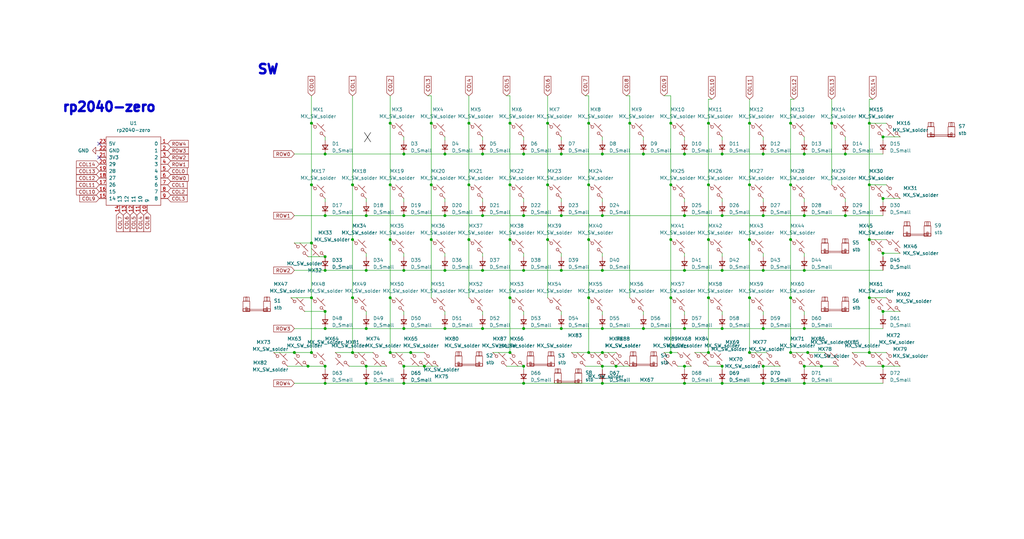
<source format=kicad_sch>
(kicad_sch (version 20230121) (generator eeschema)
  (paper "User" 380.009 200)
  (lib_symbols
    (symbol "Device:D_Small" (pin_numbers hide) (pin_names (offset 0.254) hide)
      (property "Reference" "D" (at -1.27 2.032 0))
      (property "Value" "D_Small" (at -3.81 -2.032 0))
      (symbol "D_Small_1_1"
        (pin passive line (at -2.54 0 0) (length 1.778) (name "K") (number "1"))
        (pin passive line (at 2.54 0 180) (length 1.778) (name "A") (number "2"))
      )
    )
    (symbol "PCM_marbastlib-mx:MX_SW_HS" (pin_numbers hide) (pin_names (offset 1.016) hide)
      (property "Reference" "MX" (at 3.048 1.016 0))
      (property "Value" "MX_SW_HS" (at 0 -3.81 0))
      (symbol "MX_SW_HS_0_1"
        (pin passive line (at -2.54 2.54 0) (length 0) (name "1") (number "1"))
        (pin passive line (at 2.54 -2.54 180) (length 0) (name "2") (number "2"))
      )
    )
    (symbol "PCM_marbastlib-mx:MX_stab" (pin_names (offset 1.016))
      (property "Reference" "S" (at -5.08 6.35 0))
      (property "Value" "MX_stab" (at -5.08 3.81 0))
    )
    (symbol "kleeb_mcu:rp2040-zero" (pin_names (offset 1.016))
      (property "Reference" "U" (at 0 15.24 0))
      (property "Value" "rp2040-zero" (at 0 12.7 0))
      (symbol "rp2040-zero_1_1"
        (pin bidirectional line (at 12.7 8.89 180) (length 2.54) (name "0") (number "1"))
        (pin bidirectional line (at 5.08 -16.51 90) (length 2.54) (name "9") (number "10"))
        (pin bidirectional line (at 2.54 -16.51 90) (length 2.54) (name "10") (number "11"))
        (pin bidirectional line (at 0 -16.51 90) (length 2.54) (name "11") (number "12"))
        (pin bidirectional line (at -2.54 -16.51 90) (length 2.54) (name "12") (number "13"))
        (pin bidirectional line (at -5.08 -16.51 90) (length 2.54) (name "13") (number "14"))
        (pin bidirectional line (at -12.7 -11.43 0) (length 2.54) (name "14") (number "15"))
        (pin bidirectional line (at -12.7 -8.89 0) (length 2.54) (name "15") (number "16"))
        (pin bidirectional line (at -12.7 -6.35 0) (length 2.54) (name "26") (number "17"))
        (pin bidirectional line (at -12.7 -3.81 0) (length 2.54) (name "27") (number "18"))
        (pin bidirectional line (at -12.7 -1.27 0) (length 2.54) (name "28") (number "19"))
        (pin bidirectional line (at 12.7 6.35 180) (length 2.54) (name "1") (number "2"))
        (pin bidirectional line (at -12.7 1.27 0) (length 2.54) (name "29") (number "20"))
        (pin power_out line (at -12.7 3.81 0) (length 2.54) (name "3V3") (number "21"))
        (pin power_out line (at -12.7 6.35 0) (length 2.54) (name "GND") (number "22"))
        (pin power_out line (at -12.7 8.89 0) (length 2.54) (name "5V") (number "23"))
        (pin bidirectional line (at 12.7 3.81 180) (length 2.54) (name "2") (number "3"))
        (pin bidirectional line (at 12.7 1.27 180) (length 2.54) (name "3") (number "4"))
        (pin bidirectional line (at 12.7 -1.27 180) (length 2.54) (name "4") (number "5"))
        (pin bidirectional line (at 12.7 -3.81 180) (length 2.54) (name "5") (number "6"))
        (pin bidirectional line (at 12.7 -6.35 180) (length 2.54) (name "6") (number "7"))
        (pin bidirectional line (at 12.7 -8.89 180) (length 2.54) (name "7") (number "8"))
        (pin bidirectional line (at 12.7 -11.43 180) (length 2.54) (name "8") (number "9"))
      )
    )
    (symbol "power:GND" (power) (pin_names (offset 0))
      (property "Value" "GND" (at 0 -3.81 0))
      (symbol "GND_1_1"
        (pin power_in line (at 0 0 270) (length 0) hide (name "GND") (number "1"))
      )
    )
  )
  (junction (at 293.37 130.81))
  (junction (at 120.65 57.15))
  (junction (at 194.31 57.15))
  (junction (at 208.28 57.15))
  (junction (at 299.72 130.81))
  (junction (at 223.52 135.89))
  (junction (at 120.65 95.25))
  (junction (at 120.65 121.92))
  (junction (at 293.37 88.9))
  (junction (at 194.31 80.01))
  (junction (at 238.76 57.15))
  (junction (at 262.89 45.72))
  (junction (at 114.3 135.89))
  (junction (at 144.78 110.49))
  (junction (at 322.58 130.81))
  (junction (at 283.21 135.89))
  (junction (at 298.45 121.92))
  (junction (at 267.97 80.01))
  (junction (at 304.8 135.89))
  (junction (at 278.13 130.81))
  (junction (at 267.97 57.15))
  (junction (at 109.22 130.81))
  (junction (at 278.13 68.58))
  (junction (at 144.78 130.81))
  (junction (at 135.89 142.24))
  (junction (at 130.81 110.49))
  (junction (at 327.66 50.8))
  (junction (at 327.66 115.57))
  (junction (at 278.13 110.49))
  (junction (at 144.78 45.72))
  (junction (at 298.45 80.01))
  (junction (at 278.13 45.72))
  (junction (at 283.21 80.01))
  (junction (at 223.52 142.24))
  (junction (at 160.02 45.72))
  (junction (at 194.31 121.92))
  (junction (at 135.89 80.01))
  (junction (at 223.52 57.15))
  (junction (at 208.28 100.33))
  (junction (at 248.92 88.9))
  (junction (at 283.21 100.33))
  (junction (at 194.31 135.89))
  (junction (at 165.1 121.92))
  (junction (at 262.89 130.81))
  (junction (at 115.57 45.72))
  (junction (at 262.89 68.58))
  (junction (at 160.02 68.58))
  (junction (at 298.45 100.33))
  (junction (at 144.78 68.58))
  (junction (at 160.02 88.9))
  (junction (at 262.89 88.9))
  (junction (at 144.78 88.9))
  (junction (at 115.57 130.81))
  (junction (at 165.1 80.01))
  (junction (at 223.52 130.81))
  (junction (at 254 80.01))
  (junction (at 115.57 68.58))
  (junction (at 223.52 100.33))
  (junction (at 179.07 57.15))
  (junction (at 179.07 121.92))
  (junction (at 120.65 115.57))
  (junction (at 267.97 100.33))
  (junction (at 203.2 68.58))
  (junction (at 283.21 121.92))
  (junction (at 120.65 100.33))
  (junction (at 203.2 45.72))
  (junction (at 218.44 88.9))
  (junction (at 189.23 45.72))
  (junction (at 267.97 135.89))
  (junction (at 179.07 80.01))
  (junction (at 135.89 100.33))
  (junction (at 173.99 68.58))
  (junction (at 322.58 45.72))
  (junction (at 194.31 142.24))
  (junction (at 254 135.89))
  (junction (at 254 100.33))
  (junction (at 322.58 88.9))
  (junction (at 189.23 110.49))
  (junction (at 208.28 121.92))
  (junction (at 248.92 130.81))
  (junction (at 135.89 135.89))
  (junction (at 218.44 130.81))
  (junction (at 327.66 135.89))
  (junction (at 283.21 57.15))
  (junction (at 254 142.24))
  (junction (at 248.92 68.58))
  (junction (at 228.6 135.89))
  (junction (at 254 121.92))
  (junction (at 203.2 88.9))
  (junction (at 173.99 45.72))
  (junction (at 278.13 88.9))
  (junction (at 233.68 45.72))
  (junction (at 298.45 57.15))
  (junction (at 130.81 130.81))
  (junction (at 149.86 135.89))
  (junction (at 165.1 57.15))
  (junction (at 327.66 93.98))
  (junction (at 157.48 135.89))
  (junction (at 327.66 73.66))
  (junction (at 293.37 45.72))
  (junction (at 115.57 90.17))
  (junction (at 173.99 88.9))
  (junction (at 218.44 110.49))
  (junction (at 267.97 121.92))
  (junction (at 152.4 130.81))
  (junction (at 149.86 100.33))
  (junction (at 115.57 110.49))
  (junction (at 223.52 121.92))
  (junction (at 322.58 68.58))
  (junction (at 179.07 100.33))
  (junction (at 313.69 80.01))
  (junction (at 149.86 121.92))
  (junction (at 262.89 110.49))
  (junction (at 149.86 57.15))
  (junction (at 248.92 110.49))
  (junction (at 130.81 68.58))
  (junction (at 120.65 142.24))
  (junction (at 149.86 80.01))
  (junction (at 165.1 100.33))
  (junction (at 135.89 121.92))
  (junction (at 248.92 45.72))
  (junction (at 298.45 142.24))
  (junction (at 120.65 135.89))
  (junction (at 308.61 45.72))
  (junction (at 189.23 130.81))
  (junction (at 254 57.15))
  (junction (at 267.97 142.24))
  (junction (at 218.44 45.72))
  (junction (at 322.58 110.49))
  (junction (at 218.44 68.58))
  (junction (at 120.65 80.01))
  (junction (at 298.45 135.89))
  (junction (at 208.28 80.01))
  (junction (at 293.37 110.49))
  (junction (at 313.69 57.15))
  (junction (at 189.23 68.58))
  (junction (at 223.52 80.01))
  (junction (at 238.76 121.92))
  (junction (at 130.81 88.9))
  (junction (at 283.21 142.24))
  (junction (at 189.23 88.9))
  (junction (at 194.31 100.33))
  (junction (at 149.86 142.24))
  (junction (at 293.37 68.58))
  (no_connect (at 36.83 53.34))
  (no_connect (at 36.83 58.42))
  (wire (pts (xy 157.48 135.89) (xy 162.56 135.89)))
  (wire (pts (xy 262.89 88.9) (xy 262.89 110.49)))
  (wire (pts (xy 283.21 80.01) (xy 298.45 80.01)))
  (wire (pts (xy 120.65 80.01) (xy 135.89 80.01)))
  (wire (pts (xy 165.1 80.01) (xy 179.07 80.01)))
  (wire (pts (xy 327.66 50.8) (xy 334.01 50.8)))
  (wire (pts (xy 233.68 45.72) (xy 233.68 110.49)))
  (wire (pts (xy 313.69 50.8) (xy 313.69 52.07)))
  (wire (pts (xy 223.52 93.98) (xy 223.52 95.25)))
  (wire (pts (xy 160.02 45.72) (xy 160.02 68.58)))
  (wire (pts (xy 115.57 110.49) (xy 115.57 130.81)))
  (wire (pts (xy 283.21 135.89) (xy 289.56 135.89)))
  (wire (pts (xy 293.37 45.72) (xy 293.37 36.83)))
  (wire (pts (xy 308.61 45.72) (xy 308.61 68.58)))
  (wire (pts (xy 144.78 45.72) (xy 144.78 68.58)))
  (wire (pts (xy 194.31 57.15) (xy 208.28 57.15)))
  (wire (pts (xy 278.13 45.72) (xy 278.13 68.58)))
  (wire (pts (xy 223.52 57.15) (xy 238.76 57.15)))
  (wire (pts (xy 313.69 57.15) (xy 327.66 57.15)))
  (wire (pts (xy 194.31 50.8) (xy 194.31 52.07)))
  (wire (pts (xy 267.97 121.92) (xy 283.21 121.92)))
  (wire (pts (xy 293.37 68.58) (xy 293.37 88.9)))
  (wire (pts (xy 130.81 88.9) (xy 130.81 110.49)))
  (wire (pts (xy 144.78 35.56) (xy 144.78 45.72)))
  (wire (pts (xy 149.86 50.8) (xy 149.86 52.07)))
  (wire (pts (xy 233.68 45.72) (xy 233.68 35.56)))
  (wire (pts (xy 189.23 68.58) (xy 189.23 88.9)))
  (wire (pts (xy 248.92 68.58) (xy 248.92 88.9)))
  (wire (pts (xy 182.88 130.81) (xy 189.23 130.81)))
  (wire (pts (xy 120.65 135.89) (xy 120.65 137.16)))
  (wire (pts (xy 218.44 88.9) (xy 218.44 110.49)))
  (wire (pts (xy 321.31 135.89) (xy 327.66 135.89)))
  (wire (pts (xy 173.99 35.56) (xy 173.99 45.72)))
  (wire (pts (xy 254 135.89) (xy 251.46 135.89)))
  (wire (pts (xy 298.45 50.8) (xy 298.45 52.07)))
  (wire (pts (xy 160.02 35.56) (xy 158.75 35.56)))
  (wire (pts (xy 327.66 93.98) (xy 334.01 93.98)))
  (wire (pts (xy 114.3 135.89) (xy 120.65 135.89)))
  (wire (pts (xy 218.44 68.58) (xy 218.44 88.9)))
  (wire (pts (xy 328.93 88.9) (xy 322.58 88.9)))
  (wire (pts (xy 283.21 73.66) (xy 283.21 74.93)))
  (wire (pts (xy 179.07 100.33) (xy 194.31 100.33)))
  (wire (pts (xy 160.02 88.9) (xy 160.02 110.49)))
  (wire (pts (xy 107.95 110.49) (xy 115.57 110.49)))
  (wire (pts (xy 109.22 142.24) (xy 120.65 142.24)))
  (wire (pts (xy 267.97 100.33) (xy 283.21 100.33)))
  (wire (pts (xy 223.52 80.01) (xy 254 80.01)))
  (wire (pts (xy 223.52 73.66) (xy 223.52 74.93)))
  (wire (pts (xy 135.89 135.89) (xy 143.51 135.89)))
  (wire (pts (xy 208.28 115.57) (xy 208.28 116.84)))
  (wire (pts (xy 267.97 57.15) (xy 283.21 57.15)))
  (wire (pts (xy 120.65 115.57) (xy 120.65 116.84)))
  (wire (pts (xy 135.89 115.57) (xy 135.89 116.84)))
  (wire (pts (xy 194.31 100.33) (xy 208.28 100.33)))
  (wire (pts (xy 179.07 115.57) (xy 179.07 116.84)))
  (wire (pts (xy 149.86 57.15) (xy 165.1 57.15)))
  (wire (pts (xy 173.99 68.58) (xy 173.99 88.9)))
  (wire (pts (xy 208.28 93.98) (xy 208.28 95.25)))
  (wire (pts (xy 101.6 130.81) (xy 109.22 130.81)))
  (wire (pts (xy 149.86 80.01) (xy 165.1 80.01)))
  (wire (pts (xy 218.44 35.56) (xy 217.17 35.56)))
  (wire (pts (xy 203.2 35.56) (xy 203.2 45.72)))
  (wire (pts (xy 130.81 68.58) (xy 130.81 88.9)))
  (wire (pts (xy 194.31 121.92) (xy 208.28 121.92)))
  (wire (pts (xy 115.57 45.72) (xy 115.57 68.58)))
  (wire (pts (xy 267.97 50.8) (xy 267.97 52.07)))
  (wire (pts (xy 267.97 80.01) (xy 283.21 80.01)))
  (wire (pts (xy 254 73.66) (xy 254 74.93)))
  (wire (pts (xy 135.89 100.33) (xy 149.86 100.33)))
  (wire (pts (xy 322.58 45.72) (xy 322.58 68.58)))
  (wire (pts (xy 228.6 135.89) (xy 233.68 135.89)))
  (wire (pts (xy 106.68 135.89) (xy 114.3 135.89)))
  (wire (pts (xy 109.22 100.33) (xy 120.65 100.33)))
  (wire (pts (xy 144.78 130.81) (xy 152.4 130.81)))
  (wire (pts (xy 283.21 115.57) (xy 283.21 116.84)))
  (wire (pts (xy 322.58 36.83) (xy 323.85 36.83)))
  (wire (pts (xy 251.46 130.81) (xy 248.92 130.81)))
  (wire (pts (xy 194.31 73.66) (xy 194.31 74.93)))
  (wire (pts (xy 238.76 50.8) (xy 238.76 52.07)))
  (wire (pts (xy 115.57 35.56) (xy 115.57 45.72)))
  (wire (pts (xy 267.97 135.89) (xy 267.97 137.16)))
  (wire (pts (xy 115.57 68.58) (xy 115.57 90.17)))
  (wire (pts (xy 238.76 121.92) (xy 254 121.92)))
  (wire (pts (xy 262.89 68.58) (xy 262.89 88.9)))
  (wire (pts (xy 194.31 115.57) (xy 194.31 116.84)))
  (wire (pts (xy 223.52 121.92) (xy 238.76 121.92)))
  (wire (pts (xy 144.78 68.58) (xy 144.78 88.9)))
  (wire (pts (xy 283.21 142.24) (xy 298.45 142.24)))
  (wire (pts (xy 254 100.33) (xy 267.97 100.33)))
  (wire (pts (xy 149.86 135.89) (xy 149.86 137.16)))
  (wire (pts (xy 283.21 121.92) (xy 298.45 121.92)))
  (wire (pts (xy 120.65 121.92) (xy 135.89 121.92)))
  (wire (pts (xy 187.96 135.89) (xy 194.31 135.89)))
  (wire (pts (xy 203.2 45.72) (xy 203.2 68.58)))
  (wire (pts (xy 130.81 35.56) (xy 130.81 68.58)))
  (wire (pts (xy 115.57 130.81) (xy 109.22 130.81)))
  (wire (pts (xy 203.2 68.58) (xy 203.2 88.9)))
  (wire (pts (xy 283.21 100.33) (xy 298.45 100.33)))
  (wire (pts (xy 278.13 110.49) (xy 278.13 130.81)))
  (wire (pts (xy 313.69 73.66) (xy 313.69 74.93)))
  (wire (pts (xy 254 115.57) (xy 254 116.84)))
  (wire (pts (xy 304.8 135.89) (xy 311.15 135.89)))
  (wire (pts (xy 299.72 130.81) (xy 306.07 130.81)))
  (wire (pts (xy 267.97 142.24) (xy 283.21 142.24)))
  (wire (pts (xy 149.86 93.98) (xy 149.86 95.25)))
  (wire (pts (xy 120.65 57.15) (xy 149.86 57.15)))
  (wire (pts (xy 109.22 90.17) (xy 115.57 90.17)))
  (wire (pts (xy 124.46 130.81) (xy 130.81 130.81)))
  (wire (pts (xy 179.07 93.98) (xy 179.07 95.25)))
  (wire (pts (xy 262.89 110.49) (xy 262.89 130.81)))
  (wire (pts (xy 254 50.8) (xy 254 52.07)))
  (wire (pts (xy 248.92 110.49) (xy 248.92 130.81)))
  (wire (pts (xy 256.54 135.89) (xy 254 135.89)))
  (wire (pts (xy 165.1 50.8) (xy 165.1 52.07)))
  (wire (pts (xy 120.65 100.33) (xy 135.89 100.33)))
  (wire (pts (xy 165.1 121.92) (xy 179.07 121.92)))
  (wire (pts (xy 298.45 135.89) (xy 304.8 135.89)))
  (wire (pts (xy 160.02 45.72) (xy 160.02 35.56)))
  (wire (pts (xy 149.86 135.89) (xy 157.48 135.89)))
  (wire (pts (xy 144.78 88.9) (xy 144.78 110.49)))
  (wire (pts (xy 254 121.92) (xy 267.97 121.92)))
  (wire (pts (xy 203.2 88.9) (xy 203.2 110.49)))
  (wire (pts (xy 165.1 57.15) (xy 179.07 57.15)))
  (wire (pts (xy 298.45 142.24) (xy 327.66 142.24)))
  (wire (pts (xy 135.89 93.98) (xy 135.89 95.25)))
  (wire (pts (xy 238.76 57.15) (xy 254 57.15)))
  (wire (pts (xy 298.45 115.57) (xy 298.45 116.84)))
  (wire (pts (xy 189.23 45.72) (xy 189.23 68.58)))
  (wire (pts (xy 208.28 100.33) (xy 223.52 100.33)))
  (wire (pts (xy 179.07 80.01) (xy 194.31 80.01)))
  (wire (pts (xy 218.44 45.72) (xy 218.44 68.58)))
  (wire (pts (xy 327.66 93.98) (xy 327.66 95.25)))
  (wire (pts (xy 189.23 35.56) (xy 187.96 35.56)))
  (wire (pts (xy 165.1 115.57) (xy 165.1 116.84)))
  (wire (pts (xy 293.37 36.83) (xy 294.64 36.83)))
  (wire (pts (xy 262.89 36.83) (xy 264.16 36.83)))
  (wire (pts (xy 208.28 73.66) (xy 208.28 74.93)))
  (wire (pts (xy 179.07 73.66) (xy 179.07 74.93)))
  (wire (pts (xy 208.28 57.15) (xy 223.52 57.15)))
  (wire (pts (xy 267.97 115.57) (xy 267.97 116.84)))
  (wire (pts (xy 223.52 135.89) (xy 228.6 135.89)))
  (wire (pts (xy 262.89 135.89) (xy 267.97 135.89)))
  (wire (pts (xy 173.99 88.9) (xy 173.99 110.49)))
  (wire (pts (xy 327.66 50.8) (xy 327.66 52.07)))
  (wire (pts (xy 257.81 130.81) (xy 262.89 130.81)))
  (wire (pts (xy 327.66 73.66) (xy 327.66 74.93)))
  (wire (pts (xy 322.58 68.58) (xy 328.93 68.58)))
  (wire (pts (xy 322.58 45.72) (xy 322.58 36.83)))
  (wire (pts (xy 298.45 73.66) (xy 298.45 74.93)))
  (wire (pts (xy 254 142.24) (xy 267.97 142.24)))
  (wire (pts (xy 283.21 50.8) (xy 283.21 52.07)))
  (wire (pts (xy 165.1 100.33) (xy 179.07 100.33)))
  (wire (pts (xy 313.69 80.01) (xy 327.66 80.01)))
  (wire (pts (xy 322.58 68.58) (xy 322.58 88.9)))
  (wire (pts (xy 278.13 68.58) (xy 278.13 88.9)))
  (wire (pts (xy 194.31 80.01) (xy 208.28 80.01)))
  (wire (pts (xy 327.66 135.89) (xy 334.01 135.89)))
  (wire (pts (xy 254 80.01) (xy 267.97 80.01)))
  (wire (pts (xy 189.23 110.49) (xy 189.23 130.81)))
  (wire (pts (xy 152.4 130.81) (xy 157.48 130.81)))
  (wire (pts (xy 149.86 121.92) (xy 165.1 121.92)))
  (wire (pts (xy 283.21 135.89) (xy 283.21 137.16)))
  (wire (pts (xy 194.31 135.89) (xy 194.31 137.16)))
  (wire (pts (xy 254 95.25) (xy 254 93.98)))
  (wire (pts (xy 283.21 57.15) (xy 298.45 57.15)))
  (wire (pts (xy 223.52 137.16) (xy 223.52 135.89)))
  (wire (pts (xy 179.07 121.92) (xy 194.31 121.92)))
  (wire (pts (xy 109.22 57.15) (xy 120.65 57.15)))
  (wire (pts (xy 293.37 110.49) (xy 293.37 130.81)))
  (wire (pts (xy 135.89 121.92) (xy 149.86 121.92)))
  (wire (pts (xy 194.31 142.24) (xy 223.52 142.24)))
  (wire (pts (xy 194.31 93.98) (xy 194.31 95.25)))
  (wire (pts (xy 223.52 50.8) (xy 223.52 52.07)))
  (wire (pts (xy 262.89 45.72) (xy 262.89 68.58)))
  (wire (pts (xy 109.22 80.01) (xy 120.65 80.01)))
  (wire (pts (xy 322.58 110.49) (xy 328.93 110.49)))
  (wire (pts (xy 298.45 135.89) (xy 298.45 137.16)))
  (wire (pts (xy 233.68 35.56) (xy 232.41 35.56)))
  (wire (pts (xy 135.89 135.89) (xy 135.89 137.16)))
  (wire (pts (xy 316.23 130.81) (xy 322.58 130.81)))
  (wire (pts (xy 135.89 80.01) (xy 149.86 80.01)))
  (wire (pts (xy 173.99 45.72) (xy 173.99 68.58)))
  (wire (pts (xy 149.86 100.33) (xy 165.1 100.33)))
  (wire (pts (xy 248.92 35.56) (xy 246.38 35.56)))
  (wire (pts (xy 322.58 45.72) (xy 328.93 45.72)))
  (wire (pts (xy 144.78 110.49) (xy 144.78 130.81)))
  (wire (pts (xy 130.81 110.49) (xy 130.81 130.81)))
  (wire (pts (xy 179.07 50.8) (xy 179.07 52.07)))
  (wire (pts (xy 212.09 130.81) (xy 218.44 130.81)))
  (wire (pts (xy 308.61 36.83) (xy 308.61 45.72)))
  (wire (pts (xy 267.97 73.66) (xy 267.97 74.93)))
  (wire (pts (xy 179.07 57.15) (xy 194.31 57.15)))
  (wire (pts (xy 189.23 45.72) (xy 189.23 35.56)))
  (wire (pts (xy 322.58 130.81) (xy 328.93 130.81)))
  (wire (pts (xy 160.02 68.58) (xy 160.02 88.9)))
  (wire (pts (xy 218.44 110.49) (xy 218.44 130.81)))
  (wire (pts (xy 218.44 130.81) (xy 223.52 130.81)))
  (wire (pts (xy 114.3 95.25) (xy 120.65 95.25)))
  (wire (pts (xy 130.81 130.81) (xy 138.43 130.81)))
  (wire (pts (xy 298.45 57.15) (xy 313.69 57.15)))
  (wire (pts (xy 267.97 93.98) (xy 267.97 95.25)))
  (wire (pts (xy 293.37 88.9) (xy 293.37 110.49)))
  (wire (pts (xy 149.86 73.66) (xy 149.86 74.93)))
  (wire (pts (xy 298.45 100.33) (xy 327.66 100.33)))
  (wire (pts (xy 248.92 45.72) (xy 248.92 68.58)))
  (wire (pts (xy 109.22 121.92) (xy 120.65 121.92)))
  (wire (pts (xy 327.66 135.89) (xy 327.66 137.16)))
  (wire (pts (xy 298.45 80.01) (xy 313.69 80.01)))
  (wire (pts (xy 327.66 115.57) (xy 327.66 116.84)))
  (wire (pts (xy 262.89 45.72) (xy 262.89 36.83)))
  (wire (pts (xy 208.28 121.92) (xy 223.52 121.92)))
  (wire (pts (xy 327.66 115.57) (xy 334.01 115.57)))
  (wire (pts (xy 149.86 115.57) (xy 149.86 116.84)))
  (wire (pts (xy 218.44 45.72) (xy 218.44 35.56)))
  (wire (pts (xy 238.76 115.57) (xy 238.76 116.84)))
  (wire (pts (xy 120.65 142.24) (xy 135.89 142.24)))
  (wire (pts (xy 248.92 35.56) (xy 248.92 45.72)))
  (wire (pts (xy 322.58 110.49) (xy 322.58 130.81)))
  (wire (pts (xy 189.23 88.9) (xy 189.23 110.49)))
  (wire (pts (xy 223.52 130.81) (xy 228.6 130.81)))
  (wire (pts (xy 223.52 142.24) (xy 254 142.24)))
  (wire (pts (xy 135.89 73.66) (xy 135.89 74.93)))
  (wire (pts (xy 113.03 115.57) (xy 120.65 115.57)))
  (wire (pts (xy 293.37 45.72) (xy 293.37 68.58)))
  (wire (pts (xy 217.17 135.89) (xy 223.52 135.89)))
  (wire (pts (xy 293.37 130.81) (xy 299.72 130.81)))
  (wire (pts (xy 223.52 115.57) (xy 223.52 116.84)))
  (wire (pts (xy 208.28 80.01) (xy 223.52 80.01)))
  (wire (pts (xy 278.13 36.83) (xy 278.13 45.72)))
  (wire (pts (xy 223.52 100.33) (xy 254 100.33)))
  (wire (pts (xy 327.66 73.66) (xy 334.01 73.66)))
  (wire (pts (xy 208.28 50.8) (xy 208.28 52.07)))
  (wire (pts (xy 278.13 88.9) (xy 278.13 110.49)))
  (wire (pts (xy 120.65 73.66) (xy 120.65 74.93)))
  (wire (pts (xy 165.1 93.98) (xy 165.1 95.25)))
  (wire (pts (xy 135.89 142.24) (xy 149.86 142.24)))
  (wire (pts (xy 298.45 93.98) (xy 298.45 95.25)))
  (wire (pts (xy 165.1 73.66) (xy 165.1 74.93)))
  (wire (pts (xy 149.86 142.24) (xy 194.31 142.24)))
  (wire (pts (xy 254 135.89) (xy 254 137.16)))
  (wire (pts (xy 283.21 93.98) (xy 283.21 95.25)))
  (wire (pts (xy 322.58 88.9) (xy 322.58 110.49)))
  (wire (pts (xy 115.57 90.17) (xy 115.57 110.49)))
  (wire (pts (xy 254 57.15) (xy 267.97 57.15)))
  (wire (pts (xy 248.92 130.81) (xy 246.38 130.81)))
  (wire (pts (xy 284.48 130.81) (xy 278.13 130.81)))
  (wire (pts (xy 120.65 50.8) (xy 120.65 52.07)))
  (wire (pts (xy 129.54 135.89) (xy 135.89 135.89)))
  (wire (pts (xy 248.92 88.9) (xy 248.92 110.49)))
  (wire (pts (xy 298.45 121.92) (xy 327.66 121.92)))
  (text "SW" (at 95.25 27.94 0) (effects (font (size 3.5 3.5) (thickness 1.6) bold) (justify left bottom)))
  (text "rp2040-zero" (at 22.86 41.91 0) (effects (font (size 3.5 3.5) (thickness 1.6) bold) (justify left bottom)))
  (text "X" (at 134.62 53.34 0) (effects (font (size 3.5 3.5)) (justify left bottom)))
  (global_label "ROW3" (shape input) (at 62.23 55.88 0) (property "Intersheetrefs" "${INTERSHEET_REFS}" (effects hide)))
  (global_label "COL8" (shape input) (at 232.41 35.56 90) (property "Intersheetrefs" "${INTERSHEET_REFS}" (effects hide)))
  (global_label "ROW2" (shape input) (at 109.22 100.33 180) (property "Intersheetrefs" "${INTERSHEET_REFS}" (effects hide)))
  (global_label "COL4" (shape input) (at 52.07 78.74 270) (property "Intersheetrefs" "${INTERSHEET_REFS}" (effects hide)))
  (global_label "COL2" (shape input) (at 144.78 35.56 90) (property "Intersheetrefs" "${INTERSHEET_REFS}" (effects hide)))
  (global_label "COL0" (shape input) (at 115.57 35.56 90) (property "Intersheetrefs" "${INTERSHEET_REFS}" (effects hide)))
  (global_label "COL4" (shape input) (at 173.99 35.56 90) (property "Intersheetrefs" "${INTERSHEET_REFS}" (effects hide)))
  (global_label "COL3" (shape input) (at 62.23 73.66 0) (property "Intersheetrefs" "${INTERSHEET_REFS}" (effects hide)))
  (global_label "COL7" (shape input) (at 217.17 35.56 90) (property "Intersheetrefs" "${INTERSHEET_REFS}" (effects hide)))
  (global_label "COL12" (shape input) (at 294.64 36.83 90) (property "Intersheetrefs" "${INTERSHEET_REFS}" (effects hide)))
  (global_label "COL1" (shape input) (at 62.23 68.58 0) (property "Intersheetrefs" "${INTERSHEET_REFS}" (effects hide)))
  (global_label "ROW0" (shape input) (at 62.23 66.04 0) (property "Intersheetrefs" "${INTERSHEET_REFS}" (effects hide)))
  (global_label "COL6" (shape input) (at 46.99 78.74 270) (property "Intersheetrefs" "${INTERSHEET_REFS}" (effects hide)))
  (global_label "COL9" (shape input) (at 246.38 35.56 90) (property "Intersheetrefs" "${INTERSHEET_REFS}" (effects hide)))
  (global_label "COL1" (shape input) (at 130.81 35.56 90) (property "Intersheetrefs" "${INTERSHEET_REFS}" (effects hide)))
  (global_label "COL6" (shape input) (at 203.2 35.56 90) (property "Intersheetrefs" "${INTERSHEET_REFS}" (effects hide)))
  (global_label "COL12" (shape input) (at 36.83 66.04 180) (property "Intersheetrefs" "${INTERSHEET_REFS}" (effects hide)))
  (global_label "COL11" (shape input) (at 36.83 68.58 180) (property "Intersheetrefs" "${INTERSHEET_REFS}" (effects hide)))
  (global_label "COL13" (shape input) (at 308.61 36.83 90) (property "Intersheetrefs" "${INTERSHEET_REFS}" (effects hide)))
  (global_label "ROW2" (shape input) (at 62.23 58.42 0) (property "Intersheetrefs" "${INTERSHEET_REFS}" (effects hide)))
  (global_label "COL14" (shape input) (at 36.83 60.96 180) (property "Intersheetrefs" "${INTERSHEET_REFS}" (effects hide)))
  (global_label "ROW4" (shape input) (at 62.23 53.34 0) (property "Intersheetrefs" "${INTERSHEET_REFS}" (effects hide)))
  (global_label "COL10" (shape input) (at 36.83 71.12 180) (property "Intersheetrefs" "${INTERSHEET_REFS}" (effects hide)))
  (global_label "COL8" (shape input) (at 54.61 78.74 270) (property "Intersheetrefs" "${INTERSHEET_REFS}" (effects hide)))
  (global_label "COL10" (shape input) (at 264.16 36.83 90) (property "Intersheetrefs" "${INTERSHEET_REFS}" (effects hide)))
  (global_label "ROW1" (shape input) (at 62.23 60.96 0) (property "Intersheetrefs" "${INTERSHEET_REFS}" (effects hide)))
  (global_label "COL2" (shape input) (at 62.23 71.12 0) (property "Intersheetrefs" "${INTERSHEET_REFS}" (effects hide)))
  (global_label "COL14" (shape input) (at 323.85 36.83 90) (property "Intersheetrefs" "${INTERSHEET_REFS}" (effects hide)))
  (global_label "COL5" (shape input) (at 187.96 35.56 90) (property "Intersheetrefs" "${INTERSHEET_REFS}" (effects hide)))
  (global_label "COL9" (shape input) (at 36.83 73.66 180) (property "Intersheetrefs" "${INTERSHEET_REFS}" (effects hide)))
  (global_label "COL11" (shape input) (at 278.13 36.83 90) (property "Intersheetrefs" "${INTERSHEET_REFS}" (effects hide)))
  (global_label "COL3" (shape input) (at 158.75 35.56 90) (property "Intersheetrefs" "${INTERSHEET_REFS}" (effects hide)))
  (global_label "COL0" (shape input) (at 62.23 63.5 0) (property "Intersheetrefs" "${INTERSHEET_REFS}" (effects hide)))
  (global_label "ROW0" (shape input) (at 109.22 57.15 180) (property "Intersheetrefs" "${INTERSHEET_REFS}" (effects hide)))
  (global_label "COL13" (shape input) (at 36.83 63.5 180) (property "Intersheetrefs" "${INTERSHEET_REFS}" (effects hide)))
  (global_label "ROW4" (shape input) (at 109.22 142.24 180) (property "Intersheetrefs" "${INTERSHEET_REFS}" (effects hide)))
  (global_label "COL5" (shape input) (at 49.53 78.74 270) (property "Intersheetrefs" "${INTERSHEET_REFS}" (effects hide)))
  (global_label "ROW1" (shape input) (at 109.22 80.01 180) (property "Intersheetrefs" "${INTERSHEET_REFS}" (effects hide)))
  (global_label "ROW3" (shape input) (at 109.22 121.92 180) (property "Intersheetrefs" "${INTERSHEET_REFS}" (effects hide)))
  (global_label "COL7" (shape input) (at 44.45 78.74 270) (property "Intersheetrefs" "${INTERSHEET_REFS}" (effects hide)))
  (symbol (lib_id "PCM_marbastlib-mx:MX_stab") (at 309.88 91.44 0) (unit 1)
    (property "Reference" "S5" (at 316.23 90.043 0) (effects (justify left)))
    (property "Value" "stb" (at 316.23 92.583 0) (effects (justify left)))
    (property "Footprint" "PCM_marbastlib-mx:STAB_MX_P_2.25u" (effects hide))
  )
  (symbol (lib_id "PCM_marbastlib-mx:MX_SW_HS") (at 110.49 113.03 0) (unit 1)
    (property "Reference" "MX47" (at 104.14 105.41 0))
    (property "Value" "MX_SW_solder" (at 106.68 107.95 0))
    (property "Footprint" "PCM_marbastlib-mx:SW_MX_1u" (effects hide))
  )
  (symbol (lib_id "PCM_marbastlib-mx:MX_SW_HS") (at 260.35 133.35 0) (unit 1)
    (property "Reference" "MX84" (at 260.35 125.73 0))
    (property "Value" "MX_SW_solder" (at 267.97 128.27 0))
    (property "Footprint" "PCM_marbastlib-mx:SW_MX_1.25u" (effects hide))
  )
  (symbol (lib_id "Device:D_Small") (at 149.86 77.47 90) (unit 1)
    (property "Reference" "D19" (at 152.4 76.2 90) (effects (justify right)))
    (property "Value" "D_Small" (at 152.4 78.74 90) (effects (justify right)))
    (property "Footprint" "Diode_SMD:D_SOD-123" (effects hide))
    (property "Sim.Device" "D" (effects hide))
    (property "Sim.Pins" "1=K 2=A" (effects hide))
  )
  (symbol (lib_id "Device:D_Small") (at 120.65 77.47 90) (unit 1)
    (property "Reference" "D17" (at 123.19 76.2 90) (effects (justify right)))
    (property "Value" "D_Small" (at 123.19 78.74 90) (effects (justify right)))
    (property "Footprint" "Diode_SMD:D_SOD-123" (effects hide))
    (property "Sim.Device" "D" (effects hide))
    (property "Sim.Pins" "1=K 2=A" (effects hide))
  )
  (symbol (lib_id "PCM_marbastlib-mx:MX_SW_HS") (at 162.56 48.26 0) (unit 1)
    (property "Reference" "MX4" (at 162.56 40.64 0))
    (property "Value" "MX_SW_solder" (at 162.56 43.18 0))
    (property "Footprint" "PCM_marbastlib-mx:SW_MX_1u" (effects hide))
  )
  (symbol (lib_id "Device:D_Small") (at 298.45 97.79 90) (unit 1)
    (property "Reference" "D44" (at 300.99 96.52 90) (effects (justify right)))
    (property "Value" "D_Small" (at 300.99 99.06 90) (effects (justify right)))
    (property "Footprint" "Diode_SMD:D_SOD-123" (effects hide))
    (property "Sim.Device" "D" (effects hide))
    (property "Sim.Pins" "1=K 2=A" (effects hide))
  )
  (symbol (lib_id "PCM_marbastlib-mx:MX_SW_HS") (at 295.91 71.12 0) (unit 1)
    (property "Reference" "MX28" (at 295.91 63.5 0))
    (property "Value" "MX_SW_solder" (at 295.91 66.04 0))
    (property "Footprint" "PCM_marbastlib-mx:SW_MX_1u" (effects hide))
  )
  (symbol (lib_id "PCM_marbastlib-mx:MX_SW_HS") (at 295.91 48.26 0) (unit 1)
    (property "Reference" "MX13" (at 295.91 40.64 0))
    (property "Value" "MX_SW_solder" (at 295.91 43.18 0))
    (property "Footprint" "PCM_marbastlib-mx:SW_MX_1u" (effects hide))
  )
  (symbol (lib_id "PCM_marbastlib-mx:MX_SW_HS") (at 147.32 133.35 0) (unit 1)
    (property "Reference" "MX65" (at 152.4 125.73 0))
    (property "Value" "MX_SW_solder" (at 156.21 128.27 0))
    (property "Footprint" "PCM_marbastlib-mx:SW_MX_1.25u" (effects hide))
  )
  (symbol (lib_id "PCM_marbastlib-mx:MX_SW_HS") (at 176.53 113.03 0) (unit 1)
    (property "Reference" "MX52" (at 176.53 105.41 0))
    (property "Value" "MX_SW_solder" (at 176.53 107.95 0))
    (property "Footprint" "PCM_marbastlib-mx:SW_MX_1u" (effects hide))
  )
  (symbol (lib_id "PCM_marbastlib-mx:MX_SW_HS") (at 295.91 133.35 0) (unit 1)
    (property "Reference" "MX71" (at 295.91 125.73 0))
    (property "Value" "MX_SW_solder" (at 295.91 128.27 0))
    (property "Footprint" "PCM_marbastlib-mx:SW_MX_1u" (effects hide))
  )
  (symbol (lib_id "PCM_marbastlib-mx:MX_SW_HS") (at 185.42 133.35 0) (unit 1)
    (property "Reference" "MX87" (at 185.42 125.73 0))
    (property "Value" "MX_SW_solder" (at 185.42 128.27 0))
    (property "Footprint" "PCM_marbastlib-mx:SW_MX_1u" (effects hide))
  )
  (symbol (lib_id "PCM_marbastlib-mx:MX_SW_HS") (at 191.77 133.35 180) (unit 1)
    (property "Reference" "MX66" (at 191.77 125.73 0))
    (property "Value" "MX_SW_solder" (at 191.77 128.27 0))
    (property "Footprint" "PCM_marbastlib-mx:SW_MX_1u" (effects hide))
  )
  (symbol (lib_id "PCM_marbastlib-mx:MX_SW_HS") (at 231.14 133.35 180) (unit 1)
    (property "Reference" "MX88" (at 231.14 125.73 0))
    (property "Value" "MX_SW_solder" (at 231.14 128.27 0))
    (property "Footprint" "PCM_marbastlib-mx:SW_MX_1u" (effects hide))
  )
  (symbol (lib_id "PCM_marbastlib-mx:MX_SW_HS") (at 280.67 133.35 0) (unit 1)
    (property "Reference" "MX70" (at 273.05 133.35 0))
    (property "Value" "MX_SW_solder" (at 275.59 135.89 0))
    (property "Footprint" "PCM_marbastlib-mx:SW_MX_1u" (effects hide))
  )
  (symbol (lib_id "PCM_marbastlib-mx:MX_SW_HS") (at 280.67 71.12 0) (unit 1)
    (property "Reference" "MX27" (at 280.67 63.5 0))
    (property "Value" "MX_SW_solder" (at 280.67 66.04 0))
    (property "Footprint" "PCM_marbastlib-mx:SW_MX_1u" (effects hide))
  )
  (symbol (lib_id "PCM_marbastlib-mx:MX_SW_HS") (at 191.77 91.44 0) (unit 1)
    (property "Reference" "MX38" (at 191.77 83.82 0))
    (property "Value" "MX_SW_solder" (at 191.77 86.36 0))
    (property "Footprint" "PCM_marbastlib-mx:SW_MX_1u" (effects hide))
  )
  (symbol (lib_id "PCM_marbastlib-mx:MX_SW_HS") (at 251.46 71.12 0) (unit 1)
    (property "Reference" "MX25" (at 251.46 63.5 0))
    (property "Value" "MX_SW_solder" (at 251.46 66.04 0))
    (property "Footprint" "PCM_marbastlib-mx:SW_MX_1u" (effects hide))
  )
  (symbol (lib_id "Device:D_Small") (at 149.86 139.7 90) (unit 1)
    (property "Reference" "D65" (at 152.4 138.43 90) (effects (justify right)))
    (property "Value" "D_Small" (at 152.4 140.97 90) (effects (justify right)))
    (property "Footprint" "Diode_SMD:D_SOD-123" (effects hide))
    (property "Sim.Device" "D" (effects hide))
    (property "Sim.Pins" "1=K 2=A" (effects hide))
  )
  (symbol (lib_id "Device:D_Small") (at 254 77.47 90) (unit 1)
    (property "Reference" "D25" (at 256.54 76.2 90) (effects (justify right)))
    (property "Value" "D_Small" (at 256.54 78.74 90) (effects (justify right)))
    (property "Footprint" "Diode_SMD:D_SOD-123" (effects hide))
    (property "Sim.Device" "D" (effects hide))
    (property "Sim.Pins" "1=K 2=A" (effects hide))
  )
  (symbol (lib_id "Device:D_Small") (at 149.86 54.61 90) (unit 1)
    (property "Reference" "D3" (at 152.4 53.34 90) (effects (justify right)))
    (property "Value" "D_Small" (at 152.4 55.88 90) (effects (justify right)))
    (property "Footprint" "Diode_SMD:D_SOD-123" (effects hide))
    (property "Sim.Device" "D" (effects hide))
    (property "Sim.Pins" "1=K 2=A" (effects hide))
  )
  (symbol (lib_id "PCM_marbastlib-mx:MX_SW_HS") (at 220.98 91.44 0) (unit 1)
    (property "Reference" "MX40" (at 220.98 83.82 0))
    (property "Value" "MX_SW_solder" (at 220.98 86.36 0))
    (property "Footprint" "PCM_marbastlib-mx:SW_MX_1u" (effects hide))
  )
  (symbol (lib_id "PCM_marbastlib-mx:MX_SW_HS") (at 111.76 92.71 0) (unit 1)
    (property "Reference" "MX32" (at 116.84 100.33 0))
    (property "Value" "MX_SW_solder" (at 113.03 97.79 0))
    (property "Footprint" "PCM_marbastlib-mx:SW_MX_1.75u_STP_1.25" (effects hide))
  )
  (symbol (lib_id "Device:D_Small") (at 208.28 54.61 90) (unit 1)
    (property "Reference" "D7" (at 210.82 53.34 90) (effects (justify right)))
    (property "Value" "D_Small" (at 210.82 55.88 90) (effects (justify right)))
    (property "Footprint" "Diode_SMD:D_SOD-123" (effects hide))
    (property "Sim.Device" "D" (effects hide))
    (property "Sim.Pins" "1=K 2=A" (effects hide))
  )
  (symbol (lib_id "Device:D_Small") (at 135.89 119.38 90) (unit 1)
    (property "Reference" "D49" (at 138.43 118.11 90) (effects (justify right)))
    (property "Value" "D_Small" (at 138.43 120.65 90) (effects (justify right)))
    (property "Footprint" "Diode_SMD:D_SOD-123" (effects hide))
    (property "Sim.Device" "D" (effects hide))
    (property "Sim.Pins" "1=K 2=A" (effects hide))
  )
  (symbol (lib_id "PCM_marbastlib-mx:MX_SW_HS") (at 160.02 133.35 180) (unit 1)
    (property "Reference" "MX80" (at 167.64 125.73 0))
    (property "Value" "MX_SW_solder" (at 171.45 128.27 0))
    (property "Footprint" "PCM_marbastlib-mx:SW_MX_1.25u" (effects hide))
  )
  (symbol (lib_id "PCM_marbastlib-mx:MX_SW_HS") (at 331.47 91.44 0) (unit 1)
    (property "Reference" "MX46" (at 337.82 91.44 0))
    (property "Value" "MX_SW_solder" (at 341.63 93.98 0))
    (property "Footprint" "PCM_marbastlib-mx:SW_MX_1u" (effects hide))
  )
  (symbol (lib_id "PCM_marbastlib-mx:MX_SW_HS") (at 162.56 71.12 0) (unit 1)
    (property "Reference" "MX20" (at 162.56 63.5 0))
    (property "Value" "MX_SW_solder" (at 162.56 66.04 0))
    (property "Footprint" "PCM_marbastlib-mx:SW_MX_1u" (effects hide))
  )
  (symbol (lib_id "PCM_marbastlib-mx:MX_SW_HS") (at 176.53 91.44 0) (unit 1)
    (property "Reference" "MX37" (at 176.53 83.82 0))
    (property "Value" "MX_SW_solder" (at 176.53 86.36 0))
    (property "Footprint" "PCM_marbastlib-mx:SW_MX_1u" (effects hide))
  )
  (symbol (lib_id "PCM_marbastlib-mx:MX_SW_HS") (at 325.12 48.26 0) (unit 1)
    (property "Reference" "MX15" (at 325.12 40.64 0))
    (property "Value" "MX_SW_solder" (at 325.12 43.18 0))
    (property "Footprint" "PCM_marbastlib-mx:SW_MX_1u" (effects hide))
  )
  (symbol (lib_id "Device:D_Small") (at 267.97 139.7 90) (unit 1)
    (property "Reference" "D69" (at 270.51 138.43 90) (effects (justify right)))
    (property "Value" "D_Small" (at 270.51 140.97 90) (effects (justify right)))
    (property "Footprint" "Diode_SMD:D_SOD-123" (effects hide))
    (property "Sim.Device" "D" (effects hide))
    (property "Sim.Pins" "1=K 2=A" (effects hide))
  )
  (symbol (lib_id "PCM_marbastlib-mx:MX_SW_HS") (at 311.15 71.12 0) (unit 1)
    (property "Reference" "MX29" (at 311.15 63.5 0))
    (property "Value" "MX_SW_solder" (at 311.15 66.04 0))
    (property "Footprint" "PCM_marbastlib-mx:SW_MX_1u" (effects hide))
  )
  (symbol (lib_id "PCM_marbastlib-mx:MX_SW_HS") (at 133.35 91.44 0) (unit 1)
    (property "Reference" "MX34" (at 133.35 83.82 0))
    (property "Value" "MX_SW_solder" (at 133.35 86.36 0))
    (property "Footprint" "PCM_marbastlib-mx:SW_MX_1u" (effects hide))
  )
  (symbol (lib_id "Device:D_Small") (at 194.31 97.79 90) (unit 1)
    (property "Reference" "D38" (at 196.85 96.52 90) (effects (justify right)))
    (property "Value" "D_Small" (at 196.85 99.06 90) (effects (justify right)))
    (property "Footprint" "Diode_SMD:D_SOD-123" (effects hide))
    (property "Sim.Device" "D" (effects hide))
    (property "Sim.Pins" "1=K 2=A" (effects hide))
  )
  (symbol (lib_id "PCM_marbastlib-mx:MX_SW_HS") (at 248.92 133.35 180) (unit 1)
    (property "Reference" "MX89" (at 248.92 125.73 0))
    (property "Value" "MX_SW_solder" (at 248.92 128.27 0))
    (property "Footprint" "PCM_marbastlib-mx:SW_MX_1u" (effects hide))
  )
  (symbol (lib_id "PCM_marbastlib-mx:MX_SW_HS") (at 191.77 113.03 0) (unit 1)
    (property "Reference" "MX53" (at 191.77 105.41 0))
    (property "Value" "MX_SW_solder" (at 191.77 107.95 0))
    (property "Footprint" "PCM_marbastlib-mx:SW_MX_1u" (effects hide))
  )
  (symbol (lib_id "PCM_marbastlib-mx:MX_SW_HS") (at 147.32 71.12 0) (unit 1)
    (property "Reference" "MX19" (at 147.32 63.5 0))
    (property "Value" "MX_SW_solder" (at 147.32 66.04 0))
    (property "Footprint" "PCM_marbastlib-mx:SW_MX_1u" (effects hide))
  )
  (symbol (lib_id "PCM_marbastlib-mx:MX_SW_HS") (at 308.61 133.35 0) (unit 1)
    (property "Reference" "MX86" (at 303.53 125.73 0))
    (property "Value" "MX_SW_solder" (at 307.34 127 0))
    (property "Footprint" "PCM_marbastlib-mx:SW_MX_1.25u" (effects hide))
  )
  (symbol (lib_id "PCM_marbastlib-mx:MX_SW_HS") (at 325.12 113.03 0) (unit 1)
    (property "Reference" "MX61" (at 325.12 105.41 0))
    (property "Value" "MX_SW_solder" (at 325.12 107.95 0))
    (property "Footprint" "PCM_marbastlib-mx:SW_MX_1u" (effects hide))
  )
  (symbol (lib_id "Device:D_Small") (at 223.52 119.38 90) (unit 1)
    (property "Reference" "D55" (at 226.06 118.11 90) (effects (justify right)))
    (property "Value" "D_Small" (at 226.06 120.65 90) (effects (justify right)))
    (property "Footprint" "Diode_SMD:D_SOD-123" (effects hide))
    (property "Sim.Device" "D" (effects hide))
    (property "Sim.Pins" "1=K 2=A" (effects hide))
  )
  (symbol (lib_id "Device:D_Small") (at 208.28 119.38 90) (unit 1)
    (property "Reference" "D54" (at 210.82 118.11 90) (effects (justify right)))
    (property "Value" "D_Small" (at 210.82 120.65 90) (effects (justify right)))
    (property "Footprint" "Diode_SMD:D_SOD-123" (effects hide))
    (property "Sim.Device" "D" (effects hide))
    (property "Sim.Pins" "1=K 2=A" (effects hide))
  )
  (symbol (lib_id "Device:D_Small") (at 208.28 97.79 90) (unit 1)
    (property "Reference" "D39" (at 210.82 96.52 90) (effects (justify right)))
    (property "Value" "D_Small" (at 210.82 99.06 90) (effects (justify right)))
    (property "Footprint" "Diode_SMD:D_SOD-123" (effects hide))
    (property "Sim.Device" "D" (effects hide))
    (property "Sim.Pins" "1=K 2=A" (effects hide))
  )
  (symbol (lib_id "Device:D_Small") (at 120.65 54.61 90) (unit 1)
    (property "Reference" "D1" (at 123.19 53.34 90) (effects (justify right)))
    (property "Value" "D_Small" (at 123.19 55.88 90) (effects (justify right)))
    (property "Footprint" "Diode_SMD:D_SOD-123" (effects hide))
    (property "Sim.Device" "D" (effects hide))
    (property "Sim.Pins" "1=K 2=A" (effects hide))
  )
  (symbol (lib_id "PCM_marbastlib-mx:MX_SW_HS") (at 325.12 91.44 0) (unit 1)
    (property "Reference" "MX45" (at 321.31 83.82 0))
    (property "Value" "MX_SW_solder" (at 325.12 86.36 0))
    (property "Footprint" "PCM_marbastlib-mx:SW_MX_1u" (effects hide))
  )
  (symbol (lib_id "PCM_marbastlib-mx:MX_SW_HS") (at 133.35 133.35 0) (unit 1)
    (property "Reference" "MX64" (at 123.19 125.73 0))
    (property "Value" "MX_SW_solder" (at 129.54 128.27 0))
    (property "Footprint" "PCM_marbastlib-mx:SW_MX_1u" (effects hide))
  )
  (symbol (lib_id "Device:D_Small") (at 267.97 54.61 90) (unit 1)
    (property "Reference" "D11" (at 270.51 53.34 90) (effects (justify right)))
    (property "Value" "D_Small" (at 270.51 55.88 90) (effects (justify right)))
    (property "Footprint" "Diode_SMD:D_SOD-123" (effects hide))
    (property "Sim.Device" "D" (effects hide))
    (property "Sim.Pins" "1=K 2=A" (effects hide))
  )
  (symbol (lib_id "Device:D_Small") (at 327.66 77.47 90) (unit 1)
    (property "Reference" "D30" (at 330.2 76.2 90) (effects (justify right)))
    (property "Value" "D_Small" (at 330.2 78.74 90) (effects (justify right)))
    (property "Footprint" "Diode_SMD:D_SOD-123" (effects hide))
    (property "Sim.Device" "D" (effects hide))
    (property "Sim.Pins" "1=K 2=A" (effects hide))
  )
  (symbol (lib_id "Device:D_Small") (at 120.65 119.38 90) (unit 1)
    (property "Reference" "D48" (at 123.19 118.11 90) (effects (justify right)))
    (property "Value" "D_Small" (at 123.19 120.65 90) (effects (justify right)))
    (property "Footprint" "Diode_SMD:D_SOD-123" (effects hide))
    (property "Sim.Device" "D" (effects hide))
    (property "Sim.Pins" "1=K 2=A" (effects hide))
  )
  (symbol (lib_id "Device:D_Small") (at 194.31 77.47 90) (unit 1)
    (property "Reference" "D22" (at 196.85 76.2 90) (effects (justify right)))
    (property "Value" "D_Small" (at 196.85 78.74 90) (effects (justify right)))
    (property "Footprint" "Diode_SMD:D_SOD-123" (effects hide))
    (property "Sim.Device" "D" (effects hide))
    (property "Sim.Pins" "1=K 2=A" (effects hide))
  )
  (symbol (lib_id "PCM_marbastlib-mx:MX_SW_HS") (at 318.77 133.35 180) (unit 1)
    (property "Reference" "MX85" (at 316.23 127 0))
    (property "Value" "MX_SW_solder" (at 320.04 128.27 0))
    (property "Footprint" "PCM_marbastlib-mx:SW_MX_1.25u" (effects hide))
  )
  (symbol (lib_id "Device:D_Small") (at 327.66 139.7 90) (unit 1)
    (property "Reference" "D72" (at 330.2 138.43 90) (effects (justify right)))
    (property "Value" "D_Small" (at 330.2 140.97 90) (effects (justify right)))
    (property "Footprint" "Diode_SMD:D_SOD-123" (effects hide))
    (property "Sim.Device" "D" (effects hide))
    (property "Sim.Pins" "1=K 2=A" (effects hide))
  )
  (symbol (lib_id "PCM_marbastlib-mx:MX_SW_HS") (at 331.47 71.12 180) (unit 1)
    (property "Reference" "MX31" (at 337.82 69.85 0))
    (property "Value" "MX_SW_solder" (at 341.63 72.39 0))
    (property "Footprint" "PCM_marbastlib-mx:SW_MX_1u" (effects hide))
  )
  (symbol (lib_id "Device:D_Small") (at 223.52 77.47 90) (unit 1)
    (property "Reference" "D24" (at 226.06 76.2 90) (effects (justify right)))
    (property "Value" "D_Small" (at 226.06 78.74 90) (effects (justify right)))
    (property "Footprint" "Diode_SMD:D_SOD-123" (effects hide))
    (property "Sim.Device" "D" (effects hide))
    (property "Sim.Pins" "1=K 2=A" (effects hide))
  )
  (symbol (lib_id "PCM_marbastlib-mx:MX_stab") (at 349.25 48.26 0) (unit 1)
    (property "Reference" "S7" (at 355.6 46.863 0) (effects (justify left)))
    (property "Value" "stb" (at 355.6 49.403 0) (effects (justify left)))
    (property "Footprint" "PCM_marbastlib-mx:STAB_MX_P_2u" (effects hide))
  )
  (symbol (lib_id "PCM_marbastlib-mx:MX_SW_HS") (at 104.14 133.35 0) (unit 1)
    (property "Reference" "MX82" (at 96.52 134.62 0))
    (property "Value" "MX_SW_solder" (at 100.33 137.16 0))
    (property "Footprint" "PCM_marbastlib-mx:SW_MX_1.25u" (effects hide))
  )
  (symbol (lib_id "Device:D_Small") (at 327.66 54.61 90) (unit 1)
    (property "Reference" "D15" (at 330.2 53.34 90) (effects (justify right)))
    (property "Value" "D_Small" (at 330.2 55.88 90) (effects (justify right)))
    (property "Footprint" "Diode_SMD:D_SOD-123" (effects hide))
    (property "Sim.Device" "D" (effects hide))
    (property "Sim.Pins" "1=K 2=A" (effects hide))
  )
  (symbol (lib_id "PCM_marbastlib-mx:MX_SW_HS") (at 220.98 71.12 0) (unit 1)
    (property "Reference" "MX24" (at 220.98 63.5 0))
    (property "Value" "MX_SW_solder" (at 220.98 66.04 0))
    (property "Footprint" "PCM_marbastlib-mx:SW_MX_1u" (effects hide))
  )
  (symbol (lib_id "PCM_marbastlib-mx:MX_SW_HS") (at 295.91 113.03 0) (unit 1)
    (property "Reference" "MX60" (at 295.91 105.41 0))
    (property "Value" "MX_SW_solder" (at 295.91 107.95 0))
    (property "Footprint" "PCM_marbastlib-mx:SW_MX_1.75u" (effects hide))
  )
  (symbol (lib_id "PCM_marbastlib-mx:MX_stab") (at 200.66 133.35 0) (unit 1)
    (property "Reference" "S3" (at 207.01 131.953 0) (effects (justify left)))
    (property "Value" "stb" (at 207.01 134.493 0) (effects (justify left)))
    (property "Footprint" "PCM_marbastlib-mx:STAB_MX_P_2.25u" (effects hide))
  )
  (symbol (lib_id "PCM_marbastlib-mx:MX_SW_HS") (at 191.77 71.12 0) (unit 1)
    (property "Reference" "MX22" (at 191.77 63.5 0))
    (property "Value" "MX_SW_solder" (at 191.77 66.04 0))
    (property "Footprint" "PCM_marbastlib-mx:SW_MX_1u" (effects hide))
  )
  (symbol (lib_id "PCM_marbastlib-mx:MX_SW_HS") (at 280.67 113.03 0) (unit 1)
    (property "Reference" "MX59" (at 280.67 105.41 0))
    (property "Value" "MX_SW_solder" (at 280.67 107.95 0))
    (property "Footprint" "PCM_marbastlib-mx:SW_MX_1u" (effects hide))
  )
  (symbol (lib_id "PCM_marbastlib-mx:MX_SW_HS") (at 147.32 48.26 0) (unit 1)
    (property "Reference" "MX3" (at 147.32 40.64 0))
    (property "Value" "MX_SW_solder" (at 147.32 43.18 0))
    (property "Footprint" "PCM_marbastlib-mx:SW_MX_1u" (effects hide))
  )
  (symbol (lib_id "power:GND") (at 36.83 55.88 270) (unit 1)
    (property "Reference" "#PWR01" (effects hide))
    (property "Value" "GND" (at 33.02 55.88 90) (effects (justify right)))
  )
  (symbol (lib_id "PCM_marbastlib-mx:MX_SW_HS") (at 265.43 48.26 0) (unit 1)
    (property "Reference" "MX11" (at 265.43 40.64 0))
    (property "Value" "MX_SW_solder" (at 265.43 43.18 0))
    (property "Footprint" "PCM_marbastlib-mx:SW_MX_1u" (effects hide))
  )
  (symbol (lib_id "Device:D_Small") (at 298.45 139.7 90) (unit 1)
    (property "Reference" "D71" (at 300.99 138.43 90) (effects (justify right)))
    (property "Value" "D_Small" (at 300.99 140.97 90) (effects (justify right)))
    (property "Footprint" "Diode_SMD:D_SOD-123" (effects hide))
    (property "Sim.Device" "D" (effects hide))
    (property "Sim.Pins" "1=K 2=A" (effects hide))
  )
  (symbol (lib_id "Device:D_Small") (at 254 119.38 90) (unit 1)
    (property "Reference" "D57" (at 256.54 118.11 90) (effects (justify right)))
    (property "Value" "D_Small" (at 256.54 120.65 90) (effects (justify right)))
    (property "Footprint" "Diode_SMD:D_SOD-123" (effects hide))
    (property "Sim.Device" "D" (effects hide))
    (property "Sim.Pins" "1=K 2=A" (effects hide))
  )
  (symbol (lib_id "PCM_marbastlib-mx:MX_SW_HS") (at 214.63 133.35 0) (unit 1)
    (property "Reference" "MX83" (at 213.36 124.46 0))
    (property "Value" "MX_SW_solder" (at 205.74 128.27 0))
    (property "Footprint" "PCM_marbastlib-mx:SW_MX_1u" (effects hide))
  )
  (symbol (lib_id "PCM_marbastlib-mx:MX_SW_HS") (at 205.74 91.44 0) (unit 1)
    (property "Reference" "MX39" (at 205.74 83.82 0))
    (property "Value" "MX_SW_solder" (at 205.74 86.36 0))
    (property "Footprint" "PCM_marbastlib-mx:SW_MX_1u" (effects hide))
  )
  (symbol (lib_id "Device:D_Small") (at 223.52 54.61 90) (unit 1)
    (property "Reference" "D8" (at 226.06 53.34 90) (effects (justify right)))
    (property "Value" "D_Small" (at 226.06 55.88 90) (effects (justify right)))
    (property "Footprint" "Diode_SMD:D_SOD-123" (effects hide))
    (property "Sim.Device" "D" (effects hide))
    (property "Sim.Pins" "1=K 2=A" (effects hide))
  )
  (symbol (lib_id "Device:D_Small") (at 327.66 97.79 90) (unit 1)
    (property "Reference" "D45" (at 330.2 96.52 90) (effects (justify right)))
    (property "Value" "D_Small" (at 330.2 99.06 90) (effects (justify right)))
    (property "Footprint" "Diode_SMD:D_SOD-123" (effects hide))
    (property "Sim.Device" "D" (effects hide))
    (property "Sim.Pins" "1=K 2=A" (effects hide))
  )
  (symbol (lib_id "PCM_marbastlib-mx:MX_SW_HS") (at 251.46 48.26 0) (unit 1)
    (property "Reference" "MX10" (at 251.46 40.64 0))
    (property "Value" "MX_SW_solder" (at 251.46 43.18 0))
    (property "Footprint" "PCM_marbastlib-mx:SW_MX_1u" (effects hide))
  )
  (symbol (lib_id "Device:D_Small") (at 238.76 54.61 90) (unit 1)
    (property "Reference" "D9" (at 241.3 53.34 90) (effects (justify right)))
    (property "Value" "D_Small" (at 241.3 55.88 90) (effects (justify right)))
    (property "Footprint" "Diode_SMD:D_SOD-123" (effects hide))
    (property "Sim.Device" "D" (effects hide))
    (property "Sim.Pins" "1=K 2=A" (effects hide))
  )
  (symbol (lib_id "PCM_marbastlib-mx:MX_SW_HS") (at 111.76 133.35 180) (unit 1)
    (property "Reference" "MX73" (at 97.79 127 0))
    (property "Value" "MX_SW_solder" (at 100.33 129.54 0))
    (property "Footprint" "PCM_marbastlib-mx:SW_MX_1.5u" (effects hide))
  )
  (symbol (lib_id "Device:D_Small") (at 135.89 77.47 90) (unit 1)
    (property "Reference" "D18" (at 138.43 76.2 90) (effects (justify right)))
    (property "Value" "D_Small" (at 138.43 78.74 90) (effects (justify right)))
    (property "Footprint" "Diode_SMD:D_SOD-123" (effects hide))
    (property "Sim.Device" "D" (effects hide))
    (property "Sim.Pins" "1=K 2=A" (effects hide))
  )
  (symbol (lib_id "Device:D_Small") (at 135.89 139.7 90) (unit 1)
    (property "Reference" "D64" (at 138.43 138.43 90) (effects (justify right)))
    (property "Value" "D_Small" (at 138.43 140.97 90) (effects (justify right)))
    (property "Footprint" "Diode_SMD:D_SOD-123" (effects hide))
    (property "Sim.Device" "D" (effects hide))
    (property "Sim.Pins" "1=K 2=A" (effects hide))
  )
  (symbol (lib_id "Device:D_Small") (at 165.1 77.47 90) (unit 1)
    (property "Reference" "D20" (at 167.64 76.2 90) (effects (justify right)))
    (property "Value" "D_Small" (at 167.64 78.74 90) (effects (justify right)))
    (property "Footprint" "Diode_SMD:D_SOD-123" (effects hide))
    (property "Sim.Device" "D" (effects hide))
    (property "Sim.Pins" "1=K 2=A" (effects hide))
  )
  (symbol (lib_id "PCM_marbastlib-mx:MX_SW_HS") (at 251.46 113.03 0) (unit 1)
    (property "Reference" "MX57" (at 251.46 105.41 0))
    (property "Value" "MX_SW_solder" (at 251.46 107.95 0))
    (property "Footprint" "PCM_marbastlib-mx:SW_MX_1u" (effects hide))
  )
  (symbol (lib_id "Device:D_Small") (at 223.52 139.7 90) (unit 1)
    (property "Reference" "D67" (at 226.06 138.43 90) (effects (justify right)))
    (property "Value" "D_Small" (at 226.06 140.97 90) (effects (justify right)))
    (property "Footprint" "Diode_SMD:D_SOD-123" (effects hide))
    (property "Sim.Device" "D" (effects hide))
    (property "Sim.Pins" "1=K 2=A" (effects hide))
  )
  (symbol (lib_id "Device:D_Small") (at 149.86 97.79 90) (unit 1)
    (property "Reference" "D35" (at 152.4 96.52 90) (effects (justify right)))
    (property "Value" "D_Small" (at 152.4 99.06 90) (effects (justify right)))
    (property "Footprint" "Diode_SMD:D_SOD-123" (effects hide))
    (property "Sim.Device" "D" (effects hide))
    (property "Sim.Pins" "1=K 2=A" (effects hide))
  )
  (symbol (lib_id "PCM_marbastlib-mx:MX_SW_HS") (at 287.02 133.35 180) (unit 1)
    (property "Reference" "MX77" (at 281.94 127 0))
    (property "Value" "MX_SW_solder" (at 284.48 129.54 0))
    (property "Footprint" "PCM_marbastlib-mx:SW_MX_1.25u" (effects hide))
  )
  (symbol (lib_id "kleeb_mcu:rp2040-zero") (at 49.53 62.23 0) (unit 1)
    (property "Reference" "U1" (at 49.53 45.72 0))
    (property "Value" "rp2040-zero" (at 49.53 48.26 0))
    (property "Footprint" "mcu:rp2040-zero-tht-new_long" (effects hide))
  )
  (symbol (lib_id "PCM_marbastlib-mx:MX_SW_HS") (at 176.53 71.12 0) (unit 1)
    (property "Reference" "MX21" (at 176.53 63.5 0))
    (property "Value" "MX_SW_solder" (at 176.53 66.04 0))
    (property "Footprint" "PCM_marbastlib-mx:SW_MX_1u" (effects hide))
  )
  (symbol (lib_id "PCM_marbastlib-mx:MX_SW_HS") (at 311.15 48.26 0) (unit 1)
    (property "Reference" "MX14" (at 311.15 40.64 0))
    (property "Value" "MX_SW_solder" (at 311.15 43.18 0))
    (property "Footprint" "PCM_marbastlib-mx:SW_MX_1u" (effects hide))
  )
  (symbol (lib_id "PCM_marbastlib-mx:MX_SW_HS") (at 162.56 91.44 0) (unit 1)
    (property "Reference" "MX36" (at 162.56 83.82 0))
    (property "Value" "MX_SW_solder" (at 162.56 86.36 0))
    (property "Footprint" "PCM_marbastlib-mx:SW_MX_1u" (effects hide))
  )
  (symbol (lib_id "PCM_marbastlib-mx:MX_SW_HS") (at 162.56 113.03 0) (unit 1)
    (property "Reference" "MX51" (at 162.56 105.41 0))
    (property "Value" "MX_SW_solder" (at 162.56 107.95 0))
    (property "Footprint" "PCM_marbastlib-mx:SW_MX_1u" (effects hide))
  )
  (symbol (lib_id "Device:D_Small") (at 298.45 119.38 90) (unit 1)
    (property "Reference" "D60" (at 300.99 118.11 90) (effects (justify right)))
    (property "Value" "D_Small" (at 300.99 120.65 90) (effects (justify right)))
    (property "Footprint" "Diode_SMD:D_SOD-123" (effects hide))
    (property "Sim.Device" "D" (effects hide))
    (property "Sim.Pins" "1=K 2=A" (effects hide))
  )
  (symbol (lib_id "Device:D_Small") (at 165.1 97.79 90) (unit 1)
    (property "Reference" "D36" (at 167.64 96.52 90) (effects (justify right)))
    (property "Value" "D_Small" (at 167.64 99.06 90) (effects (justify right)))
    (property "Footprint" "Diode_SMD:D_SOD-123" (effects hide))
    (property "Sim.Device" "D" (effects hide))
    (property "Sim.Pins" "1=K 2=A" (effects hide))
  )
  (symbol (lib_id "PCM_marbastlib-mx:MX_SW_HS") (at 118.11 113.03 0) (unit 1)
    (property "Reference" "MX48" (at 118.11 105.41 0))
    (property "Value" "MX_SW_solder" (at 120.65 107.95 0))
    (property "Footprint" "PCM_marbastlib-mx:SW_MX_1.25u" (effects hide))
  )
  (symbol (lib_id "PCM_marbastlib-mx:MX_SW_HS") (at 236.22 48.26 0) (unit 1)
    (property "Reference" "MX9" (at 236.22 40.64 0))
    (property "Value" "MX_SW_solder" (at 236.22 43.18 0))
    (property "Footprint" "PCM_marbastlib-mx:SW_MX_1u" (effects hide))
  )
  (symbol (lib_id "Device:D_Small") (at 165.1 119.38 90) (unit 1)
    (property "Reference" "D51" (at 167.64 118.11 90) (effects (justify right)))
    (property "Value" "D_Small" (at 167.64 120.65 90) (effects (justify right)))
    (property "Footprint" "Diode_SMD:D_SOD-123" (effects hide))
    (property "Sim.Device" "D" (effects hide))
    (property "Sim.Pins" "1=K 2=A" (effects hide))
  )
  (symbol (lib_id "Device:D_Small") (at 165.1 54.61 90) (unit 1)
    (property "Reference" "D4" (at 167.64 53.34 90) (effects (justify right)))
    (property "Value" "D_Small" (at 167.64 55.88 90) (effects (justify right)))
    (property "Footprint" "Diode_SMD:D_SOD-123" (effects hide))
    (property "Sim.Device" "D" (effects hide))
    (property "Sim.Pins" "1=K 2=A" (effects hide))
  )
  (symbol (lib_id "PCM_marbastlib-mx:MX_SW_HS") (at 133.35 71.12 0) (unit 1)
    (property "Reference" "MX18" (at 133.35 63.5 0))
    (property "Value" "MX_SW_solder" (at 133.35 66.04 0))
    (property "Footprint" "PCM_marbastlib-mx:SW_MX_1u" (effects hide))
  )
  (symbol (lib_id "PCM_marbastlib-mx:MX_SW_HS") (at 220.98 133.35 0) (unit 1)
    (property "Reference" "MX67" (at 240.03 140.97 0))
    (property "Value" "MX_SW_solder" (at 224.79 139.7 0))
    (property "Footprint" "PCM_marbastlib-mx:SW_MX_1u" (effects hide))
  )
  (symbol (lib_id "Device:D_Small") (at 283.21 77.47 90) (unit 1)
    (property "Reference" "D27" (at 285.75 76.2 90) (effects (justify right)))
    (property "Value" "D_Small" (at 285.75 78.74 90) (effects (justify right)))
    (property "Footprint" "Diode_SMD:D_SOD-123" (effects hide))
    (property "Sim.Device" "D" (effects hide))
    (property "Sim.Pins" "1=K 2=A" (effects hide))
  )
  (symbol (lib_id "PCM_marbastlib-mx:MX_SW_HS") (at 236.22 113.03 0) (unit 1)
    (property "Reference" "MX56" (at 236.22 105.41 0))
    (property "Value" "MX_SW_solder" (at 236.22 107.95 0))
    (property "Footprint" "PCM_marbastlib-mx:SW_MX_1u" (effects hide))
  )
  (symbol (lib_id "Device:D_Small") (at 194.31 54.61 90) (unit 1)
    (property "Reference" "D6" (at 196.85 53.34 90) (effects (justify right)))
    (property "Value" "D_Small" (at 196.85 55.88 90) (effects (justify right)))
    (property "Footprint" "Diode_SMD:D_SOD-123" (effects hide))
    (property "Sim.Device" "D" (effects hide))
    (property "Sim.Pins" "1=K 2=A" (effects hide))
  )
  (symbol (lib_id "Device:D_Small") (at 254 139.7 90) (unit 1)
    (property "Reference" "D68" (at 256.54 138.43 90) (effects (justify right)))
    (property "Value" "D_Small" (at 256.54 140.97 90) (effects (justify right)))
    (property "Footprint" "Diode_SMD:D_SOD-123" (effects hide))
    (property "Sim.Device" "D" (effects hide))
    (property "Sim.Pins" "1=K 2=A" (effects hide))
  )
  (symbol (lib_id "PCM_marbastlib-mx:MX_SW_HS") (at 118.11 48.26 0) (unit 1)
    (property "Reference" "MX1" (at 118.11 40.64 0))
    (property "Value" "MX_SW_solder" (at 118.11 43.18 0))
    (property "Footprint" "PCM_marbastlib-mx:SW_MX_1u" (effects hide))
  )
  (symbol (lib_id "PCM_marbastlib-mx:MX_SW_HS") (at 226.06 133.35 0) (unit 1)
    (property "Reference" "MX76" (at 228.6 125.73 0))
    (property "Value" "MX_SW_solder" (at 231.14 128.27 0))
    (property "Footprint" "PCM_marbastlib-mx:SW_MX_1u" (effects hide))
  )
  (symbol (lib_id "Device:D_Small") (at 267.97 77.47 90) (unit 1)
    (property "Reference" "D26" (at 270.51 76.2 90) (effects (justify right)))
    (property "Value" "D_Small" (at 270.51 78.74 90) (effects (justify right)))
    (property "Footprint" "Diode_SMD:D_SOD-123" (effects hide))
    (property "Sim.Device" "D" (effects hide))
    (property "Sim.Pins" "1=K 2=A" (effects hide))
  )
  (symbol (lib_id "Device:D_Small") (at 298.45 77.47 90) (unit 1)
    (property "Reference" "D28" (at 300.99 76.2 90) (effects (justify right)))
    (property "Value" "D_Small" (at 300.99 78.74 90) (effects (justify right)))
    (property "Footprint" "Diode_SMD:D_SOD-123" (effects hide))
    (property "Sim.Device" "D" (effects hide))
    (property "Sim.Pins" "1=K 2=A" (effects hide))
  )
  (symbol (lib_id "Device:D_Small") (at 267.97 119.38 90) (unit 1)
    (property "Reference" "D58" (at 270.51 118.11 90) (effects (justify right)))
    (property "Value" "D_Small" (at 270.51 120.65 90) (effects (justify right)))
    (property "Footprint" "Diode_SMD:D_SOD-123" (effects hide))
    (property "Sim.Device" "D" (effects hide))
    (property "Sim.Pins" "1=K 2=A" (effects hide))
  )
  (symbol (lib_id "Device:D_Small") (at 135.89 97.79 90) (unit 1)
    (property "Reference" "D34" (at 138.43 96.52 90) (effects (justify right)))
    (property "Value" "D_Small" (at 138.43 99.06 90) (effects (justify right)))
    (property "Footprint" "Diode_SMD:D_SOD-123" (effects hide))
    (property "Sim.Device" "D" (effects hide))
    (property "Sim.Pins" "1=K 2=A" (effects hide))
  )
  (symbol (lib_id "PCM_marbastlib-mx:MX_SW_HS") (at 147.32 91.44 0) (unit 1)
    (property "Reference" "MX35" (at 147.32 83.82 0))
    (property "Value" "MX_SW_solder" (at 147.32 86.36 0))
    (property "Footprint" "PCM_marbastlib-mx:SW_MX_1u" (effects hide))
  )
  (symbol (lib_id "PCM_marbastlib-mx:MX_SW_HS") (at 220.98 48.26 0) (unit 1)
    (property "Reference" "MX8" (at 220.98 40.64 0))
    (property "Value" "MX_SW_solder" (at 220.98 43.18 0))
    (property "Footprint" "PCM_marbastlib-mx:SW_MX_1u" (effects hide))
  )
  (symbol (lib_id "PCM_marbastlib-mx:MX_SW_HS") (at 331.47 133.35 180) (unit 1)
    (property "Reference" "MX79" (at 334.01 129.54 0))
    (property "Value" "MX_SW_solder" (at 337.82 132.08 0))
    (property "Footprint" "PCM_marbastlib-mx:SW_MX_1.5u" (effects hide))
  )
  (symbol (lib_id "Device:D_Small") (at 194.31 139.7 90) (unit 1)
    (property "Reference" "D66" (at 196.85 138.43 90) (effects (justify right)))
    (property "Value" "D_Small" (at 196.85 140.97 90) (effects (justify right)))
    (property "Footprint" "Diode_SMD:D_SOD-123" (effects hide))
    (property "Sim.Device" "D" (effects hide))
    (property "Sim.Pins" "1=K 2=A" (effects hide))
  )
  (symbol (lib_id "PCM_marbastlib-mx:MX_SW_HS") (at 140.97 133.35 180) (unit 1)
    (property "Reference" "MX74" (at 138.43 125.73 0))
    (property "Value" "MX_SW_solder" (at 142.24 128.27 0))
    (property "Footprint" "PCM_marbastlib-mx:SW_MX_1u" (effects hide))
  )
  (symbol (lib_id "PCM_marbastlib-mx:MX_SW_HS") (at 331.47 48.26 180) (unit 1)
    (property "Reference" "MX16" (at 335.28 45.72 0))
    (property "Value" "MX_SW_solder" (at 337.82 48.26 0))
    (property "Footprint" "PCM_marbastlib-mx:SW_MX_1u" (effects hide))
  )
  (symbol (lib_id "PCM_marbastlib-mx:MX_SW_HS") (at 191.77 48.26 0) (unit 1)
    (property "Reference" "MX6" (at 191.77 40.64 0))
    (property "Value" "MX_SW_solder" (at 191.77 43.18 0))
    (property "Footprint" "PCM_marbastlib-mx:SW_MX_1u" (effects hide))
  )
  (symbol (lib_id "PCM_marbastlib-mx:MX_SW_HS") (at 154.94 133.35 180) (unit 1)
    (property "Reference" "MX75" (at 163.83 139.7 0))
    (property "Value" "MX_SW_solder" (at 163.83 137.16 0))
    (property "Footprint" "PCM_marbastlib-mx:SW_MX_1.5u" (effects hide))
  )
  (symbol (lib_id "PCM_marbastlib-mx:MX_SW_HS") (at 220.98 113.03 0) (unit 1)
    (property "Reference" "MX55" (at 220.98 105.41 0))
    (property "Value" "MX_SW_solder" (at 220.98 107.95 0))
    (property "Footprint" "PCM_marbastlib-mx:SW_MX_1u" (effects hide))
  )
  (symbol (lib_id "PCM_marbastlib-mx:MX_stab") (at 309.88 113.03 0) (unit 1)
    (property "Reference" "S6" (at 316.23 111.633 0) (effects (justify left)))
    (property "Value" "stb" (at 316.23 114.173 0) (effects (justify left)))
    (property "Footprint" "PCM_marbastlib-mx:STAB_MX_P_2.75u" (effects hide))
  )
  (symbol (lib_id "Device:D_Small") (at 267.97 97.79 90) (unit 1)
    (property "Reference" "D42" (at 270.51 96.52 90) (effects (justify right)))
    (property "Value" "D_Small" (at 270.51 99.06 90) (effects (justify right)))
    (property "Footprint" "Diode_SMD:D_SOD-123" (effects hide))
    (property "Sim.Device" "D" (effects hide))
    (property "Sim.Pins" "1=K 2=A" (effects hide))
  )
  (symbol (lib_id "Device:D_Small") (at 283.21 97.79 90) (unit 1)
    (property "Reference" "D43" (at 285.75 96.52 90) (effects (justify right)))
    (property "Value" "D_Small" (at 285.75 99.06 90) (effects (justify right)))
    (property "Footprint" "Diode_SMD:D_SOD-123" (effects hide))
    (property "Sim.Device" "D" (effects hide))
    (property "Sim.Pins" "1=K 2=A" (effects hide))
  )
  (symbol (lib_id "PCM_marbastlib-mx:MX_stab") (at 238.76 133.35 0) (unit 1)
    (property "Reference" "S4" (at 245.11 131.953 0) (effects (justify left)))
    (property "Value" "stb" (at 245.11 134.493 0) (effects (justify left)))
    (property "Footprint" "PCM_marbastlib-mx:STAB_MX_P_7u" (effects hide))
  )
  (symbol (lib_id "PCM_marbastlib-mx:MX_SW_HS") (at 280.67 91.44 0) (unit 1)
    (property "Reference" "MX43" (at 280.67 83.82 0))
    (property "Value" "MX_SW_solder" (at 280.67 86.36 0))
    (property "Footprint" "PCM_marbastlib-mx:SW_MX_1u" (effects hide))
  )
  (symbol (lib_id "Device:D_Small") (at 313.69 77.47 90) (unit 1)
    (property "Reference" "D29" (at 316.23 76.2 90) (effects (justify right)))
    (property "Value" "D_Small" (at 316.23 78.74 90) (effects (justify right)))
    (property "Footprint" "Diode_SMD:D_SOD-123" (effects hide))
    (property "Sim.Device" "D" (effects hide))
    (property "Sim.Pins" "1=K 2=A" (effects hide))
  )
  (symbol (lib_id "PCM_marbastlib-mx:MX_SW_HS") (at 176.53 48.26 0) (unit 1)
    (property "Reference" "MX5" (at 176.53 40.64 0))
    (property "Value" "MX_SW_solder" (at 176.53 43.18 0))
    (property "Footprint" "PCM_marbastlib-mx:SW_MX_1u" (effects hide))
  )
  (symbol (lib_id "PCM_marbastlib-mx:MX_SW_HS") (at 265.43 113.03 0) (unit 1)
    (property "Reference" "MX58" (at 265.43 105.41 0))
    (property "Value" "MX_SW_solder" (at 265.43 107.95 0))
    (property "Footprint" "PCM_marbastlib-mx:SW_MX_1u" (effects hide))
  )
  (symbol (lib_id "Device:D_Small") (at 313.69 54.61 90) (unit 1)
    (property "Reference" "D14" (at 316.23 53.34 90) (effects (justify right)))
    (property "Value" "D_Small" (at 316.23 55.88 90) (effects (justify right)))
    (property "Footprint" "Diode_SMD:D_SOD-123" (effects hide))
    (property "Sim.Device" "D" (effects hide))
    (property "Sim.Pins" "1=K 2=A" (effects hide))
  )
  (symbol (lib_id "Device:D_Small") (at 298.45 54.61 90) (unit 1)
    (property "Reference" "D13" (at 300.99 53.34 90) (effects (justify right)))
    (property "Value" "D_Small" (at 300.99 55.88 90) (effects (justify right)))
    (property "Footprint" "Diode_SMD:D_SOD-123" (effects hide))
    (property "Sim.Device" "D" (effects hide))
    (property "Sim.Pins" "1=K 2=A" (effects hide))
  )
  (symbol (lib_id "Device:D_Small") (at 254 54.61 90) (unit 1)
    (property "Reference" "D10" (at 256.54 53.34 90) (effects (justify right)))
    (property "Value" "D_Small" (at 256.54 55.88 90) (effects (justify right)))
    (property "Footprint" "Diode_SMD:D_SOD-123" (effects hide))
    (property "Sim.Device" "D" (effects hide))
    (property "Sim.Pins" "1=K 2=A" (effects hide))
  )
  (symbol (lib_id "Device:D_Small") (at 179.07 77.47 90) (unit 1)
    (property "Reference" "D21" (at 181.61 76.2 90) (effects (justify right)))
    (property "Value" "D_Small" (at 181.61 78.74 90) (effects (justify right)))
    (property "Footprint" "Diode_SMD:D_SOD-123" (effects hide))
    (property "Sim.Device" "D" (effects hide))
    (property "Sim.Pins" "1=K 2=A" (effects hide))
  )
  (symbol (lib_id "Device:D_Small") (at 149.86 119.38 90) (unit 1)
    (property "Reference" "D50" (at 152.4 118.11 90) (effects (justify right)))
    (property "Value" "D_Small" (at 152.4 120.65 90) (effects (justify right)))
    (property "Footprint" "Diode_SMD:D_SOD-123" (effects hide))
    (property "Sim.Device" "D" (effects hide))
    (property "Sim.Pins" "1=K 2=A" (effects hide))
  )
  (symbol (lib_id "PCM_marbastlib-mx:MX_stab") (at 210.82 139.7 0) (unit 1)
    (property "Reference" "S8" (at 217.17 138.303 0) (effects (justify left)))
    (property "Value" "stb" (at 217.17 140.843 0) (effects (justify left)))
    (property "Footprint" "PCM_marbastlib-mx:STAB_MX_P_6.25u" (effects hide))
  )
  (symbol (lib_id "Device:D_Small") (at 179.07 54.61 90) (unit 1)
    (property "Reference" "D5" (at 181.61 53.34 90) (effects (justify right)))
    (property "Value" "D_Small" (at 181.61 55.88 90) (effects (justify right)))
    (property "Footprint" "Diode_SMD:D_SOD-123" (effects hide))
    (property "Sim.Device" "D" (effects hide))
    (property "Sim.Pins" "1=K 2=A" (effects hide))
  )
  (symbol (lib_id "PCM_marbastlib-mx:MX_SW_HS") (at 205.74 71.12 0) (unit 1)
    (property "Reference" "MX23" (at 205.74 63.5 0))
    (property "Value" "MX_SW_solder" (at 205.74 66.04 0))
    (property "Footprint" "PCM_marbastlib-mx:SW_MX_1u" (effects hide))
  )
  (symbol (lib_id "PCM_marbastlib-mx:MX_SW_HS") (at 133.35 113.03 0) (unit 1)
    (property "Reference" "MX49" (at 133.35 105.41 0))
    (property "Value" "MX_SW_solder" (at 134.62 107.95 0))
    (property "Footprint" "PCM_marbastlib-mx:SW_MX_1u" (effects hide))
  )
  (symbol (lib_id "Device:D_Small") (at 254 97.79 90) (unit 1)
    (property "Reference" "D41" (at 256.54 96.52 90) (effects (justify right)))
    (property "Value" "D_Small" (at 256.54 99.06 90) (effects (justify right)))
    (property "Footprint" "Diode_SMD:D_SOD-123" (effects hide))
    (property "Sim.Device" "D" (effects hide))
    (property "Sim.Pins" "1=K 2=A" (effects hide))
  )
  (symbol (lib_id "PCM_marbastlib-mx:MX_SW_HS") (at 265.43 71.12 0) (unit 1)
    (property "Reference" "MX26" (at 265.43 63.5 0))
    (property "Value" "MX_SW_solder" (at 265.43 66.04 0))
    (property "Footprint" "PCM_marbastlib-mx:SW_MX_1u" (effects hide))
  )
  (symbol (lib_id "PCM_marbastlib-mx:MX_SW_HS") (at 251.46 91.44 0) (unit 1)
    (property "Reference" "MX41" (at 251.46 83.82 0))
    (property "Value" "MX_SW_solder" (at 251.46 86.36 0))
    (property "Footprint" "PCM_marbastlib-mx:SW_MX_1u" (effects hide))
  )
  (symbol (lib_id "PCM_marbastlib-mx:MX_SW_HS") (at 325.12 133.35 0) (unit 1)
    (property "Reference" "MX72" (at 331.47 124.46 0))
    (property "Value" "MX_SW_solder" (at 332.74 127 0))
    (property "Footprint" "PCM_marbastlib-mx:SW_MX_1u" (effects hide))
  )
  (symbol (lib_id "PCM_marbastlib-mx:MX_SW_HS") (at 205.74 113.03 0) (unit 1)
    (property "Reference" "MX54" (at 205.74 105.41 0))
    (property "Value" "MX_SW_solder" (at 205.74 107.95 0))
    (property "Footprint" "PCM_marbastlib-mx:SW_MX_1u" (effects hide))
  )
  (symbol (lib_id "PCM_marbastlib-mx:MX_SW_HS") (at 205.74 48.26 0) (unit 1)
    (property "Reference" "MX7" (at 205.74 40.64 0))
    (property "Value" "MX_SW_solder" (at 205.74 43.18 0))
    (property "Footprint" "PCM_marbastlib-mx:SW_MX_1u" (effects hide))
  )
  (symbol (lib_id "PCM_marbastlib-mx:MX_SW_HS") (at 265.43 91.44 0) (unit 1)
    (property "Reference" "MX42" (at 265.43 83.82 0))
    (property "Value" "MX_SW_solder" (at 265.43 86.36 0))
    (property "Footprint" "PCM_marbastlib-mx:SW_MX_1u" (effects hide))
  )
  (symbol (lib_id "PCM_marbastlib-mx:MX_stab") (at 95.25 113.03 0) (unit 1)
    (property "Reference" "S1" (at 101.6 111.633 0) (effects (justify left)))
    (property "Value" "stb" (at 101.6 114.173 0) (effects (justify left)))
    (property "Footprint" "PCM_marbastlib-mx:STAB_MX_P_2.25u" (effects hide))
  )
  (symbol (lib_id "Device:D_Small") (at 179.07 97.79 90) (unit 1)
    (property "Reference" "D37" (at 181.61 96.52 90) (effects (justify right)))
    (property "Value" "D_Small" (at 181.61 99.06 90) (effects (justify right)))
    (property "Footprint" "Diode_SMD:D_SOD-123" (effects hide))
    (property "Sim.Device" "D" (effects hide))
    (property "Sim.Pins" "1=K 2=A" (effects hide))
  )
  (symbol (lib_id "Device:D_Small") (at 238.76 119.38 90) (unit 1)
    (property "Reference" "D56" (at 241.3 118.11 90) (effects (justify right)))
    (property "Value" "D_Small" (at 241.3 120.65 90) (effects (justify right)))
    (property "Footprint" "Diode_SMD:D_SOD-123" (effects hide))
    (property "Sim.Device" "D" (effects hide))
    (property "Sim.Pins" "1=K 2=A" (effects hide))
  )
  (symbol (lib_id "Device:D_Small") (at 120.65 97.79 90) (unit 1)
    (property "Reference" "D33" (at 123.19 96.52 90) (effects (justify right)))
    (property "Value" "D_Small" (at 123.19 99.06 90) (effects (justify right)))
    (property "Footprint" "Diode_SMD:D_SOD-123" (effects hide))
    (property "Sim.Device" "D" (effects hide))
    (property "Sim.Pins" "1=K 2=A" (effects hide))
  )
  (symbol (lib_id "PCM_marbastlib-mx:MX_stab") (at 173.99 133.35 0) (unit 1)
    (property "Reference" "S2" (at 180.34 131.953 0) (effects (justify left)))
    (property "Value" "stb" (at 180.34 134.493 0) (effects (justify left)))
    (property "Footprint" "PCM_marbastlib-mx:STAB_MX_P_2.75u" (effects hide))
  )
  (symbol (lib_id "PCM_marbastlib-mx:MX_SW_HS") (at 295.91 91.44 0) (unit 1)
    (property "Reference" "MX44" (at 295.91 83.82 0))
    (property "Value" "MX_SW_solder" (at 295.91 86.36 0))
    (property "Footprint" "PCM_marbastlib-mx:SW_MX_1u" (effects hide))
  )
  (symbol (lib_id "PCM_marbastlib-mx:MX_SW_HS") (at 254 133.35 0) (unit 1)
    (property "Reference" "MX68" (at 254 125.73 0))
    (property "Value" "MX_SW_solder" (at 254 128.27 0))
    (property "Footprint" "PCM_marbastlib-mx:SW_MX_1.25u" (effects hide))
  )
  (symbol (lib_id "Device:D_Small") (at 283.21 139.7 90) (unit 1)
    (property "Reference" "D70" (at 285.75 138.43 90) (effects (justify right)))
    (property "Value" "D_Small" (at 285.75 140.97 90) (effects (justify right)))
    (property "Footprint" "Diode_SMD:D_SOD-123" (effects hide))
    (property "Sim.Device" "D" (effects hide))
    (property "Sim.Pins" "1=K 2=A" (effects hide))
  )
  (symbol (lib_id "PCM_marbastlib-mx:MX_SW_HS") (at 280.67 48.26 0) (unit 1)
    (property "Reference" "MX12" (at 280.67 40.64 0))
    (property "Value" "MX_SW_solder" (at 280.67 43.18 0))
    (property "Footprint" "PCM_marbastlib-mx:SW_MX_1u" (effects hide))
  )
  (symbol (lib_id "PCM_marbastlib-mx:MX_SW_HS") (at 118.11 92.71 180) (unit 1)
    (property "Reference" "MX33" (at 120.65 86.36 0))
    (property "Value" "MX_SW_solder" (at 123.19 88.9 0))
    (property "Footprint" "PCM_marbastlib-mx:SW_MX_1.75u" (effects hide))
  )
  (symbol (lib_id "Device:D_Small") (at 194.31 119.38 90) (unit 1)
    (property "Reference" "D53" (at 196.85 118.11 90) (effects (justify right)))
    (property "Value" "D_Small" (at 196.85 120.65 90) (effects (justify right)))
    (property "Footprint" "Diode_SMD:D_SOD-123" (effects hide))
    (property "Sim.Device" "D" (effects hide))
    (property "Sim.Pins" "1=K 2=A" (effects hide))
  )
  (symbol (lib_id "Device:D_Small") (at 327.66 119.38 90) (unit 1)
    (property "Reference" "D61" (at 330.2 118.11 90) (effects (justify right)))
    (property "Value" "D_Small" (at 330.2 120.65 90) (effects (justify right)))
    (property "Footprint" "Diode_SMD:D_SOD-123" (effects hide))
    (property "Sim.Device" "D" (effects hide))
    (property "Sim.Pins" "1=K 2=A" (effects hide))
  )
  (symbol (lib_id "PCM_marbastlib-mx:MX_SW_HS") (at 118.11 133.35 0) (unit 1)
    (property "Reference" "MX63" (at 109.22 125.73 0))
    (property "Value" "MX_SW_solder" (at 113.03 128.27 0))
    (property "Footprint" "PCM_marbastlib-mx:SW_MX_1u" (effects hide))
  )
  (symbol (lib_id "Device:D_Small") (at 283.21 119.38 90) (unit 1)
    (property "Reference" "D59" (at 285.75 118.11 90) (effects (justify right)))
    (property "Value" "D_Small" (at 285.75 120.65 90) (effects (justify right)))
    (property "Footprint" "Diode_SMD:D_SOD-123" (effects hide))
    (property "Sim.Device" "D" (effects hide))
    (property "Sim.Pins" "1=K 2=A" (effects hide))
  )
  (symbol (lib_id "PCM_marbastlib-mx:MX_SW_HS") (at 118.11 71.12 0) (unit 1)
    (property "Reference" "MX17" (at 118.11 63.5 0))
    (property "Value" "MX_SW_solder" (at 118.11 66.04 0))
    (property "Footprint" "PCM_marbastlib-mx:SW_MX_1.5u" (effects hide))
  )
  (symbol (lib_id "PCM_marbastlib-mx:MX_SW_HS") (at 302.26 133.35 180) (unit 1)
    (property "Reference" "MX78" (at 306.07 129.54 0))
    (property "Value" "MX_SW_solder" (at 308.61 132.08 0))
    (property "Footprint" "PCM_marbastlib-mx:SW_MX_1u" (effects hide))
  )
  (symbol (lib_id "PCM_marbastlib-mx:MX_stab") (at 340.36 85.09 0) (unit 1)
    (property "Reference" "S9" (at 346.71 83.693 0) (effects (justify left)))
    (property "Value" "stb" (at 346.71 86.233 0) (effects (justify left)))
    (property "Footprint" "PCM_marbastlib-mx:STAB_MX_ISO" (effects hide))
  )
  (symbol (lib_id "Device:D_Small") (at 208.28 77.47 90) (unit 1)
    (property "Reference" "D23" (at 210.82 76.2 90) (effects (justify right)))
    (property "Value" "D_Small" (at 210.82 78.74 90) (effects (justify right)))
    (property "Footprint" "Diode_SMD:D_SOD-123" (effects hide))
    (property "Sim.Device" "D" (effects hide))
    (property "Sim.Pins" "1=K 2=A" (effects hide))
  )
  (symbol (lib_id "PCM_marbastlib-mx:MX_SW_HS") (at 127 133.35 180) (unit 1)
    (property "Reference" "MX81" (at 130.81 127 0))
    (property "Value" "MX_SW_solder" (at 120.65 127 0))
    (property "Footprint" "PCM_marbastlib-mx:SW_MX_1.25u" (effects hide))
  )
  (symbol (lib_id "PCM_marbastlib-mx:MX_SW_HS") (at 147.32 113.03 0) (unit 1)
    (property "Reference" "MX50" (at 147.32 105.41 0))
    (property "Value" "MX_SW_solder" (at 148.59 107.95 0))
    (property "Footprint" "PCM_marbastlib-mx:SW_MX_1u" (effects hide))
  )
  (symbol (lib_id "PCM_marbastlib-mx:MX_SW_HS") (at 331.47 113.03 180) (unit 1)
    (property "Reference" "MX62" (at 335.28 109.22 0))
    (property "Value" "MX_SW_solder" (at 339.09 111.76 0))
    (property "Footprint" "PCM_marbastlib-mx:SW_MX_1u" (effects hide))
  )
  (symbol (lib_id "Device:D_Small") (at 283.21 54.61 90) (unit 1)
    (property "Reference" "D12" (at 285.75 53.34 90) (effects (justify right)))
    (property "Value" "D_Small" (at 285.75 55.88 90) (effects (justify right)))
    (property "Footprint" "Diode_SMD:D_SOD-123" (effects hide))
    (property "Sim.Device" "D" (effects hide))
    (property "Sim.Pins" "1=K 2=A" (effects hide))
  )
  (symbol (lib_id "Device:D_Small") (at 179.07 119.38 90) (unit 1)
    (property "Reference" "D52" (at 181.61 118.11 90) (effects (justify right)))
    (property "Value" "D_Small" (at 181.61 120.65 90) (effects (justify right)))
    (property "Footprint" "Diode_SMD:D_SOD-123" (effects hide))
    (property "Sim.Device" "D" (effects hide))
    (property "Sim.Pins" "1=K 2=A" (effects hide))
  )
  (symbol (lib_id "PCM_marbastlib-mx:MX_SW_HS") (at 325.12 71.12 0) (unit 1)
    (property "Reference" "MX30" (at 325.12 63.5 0))
    (property "Value" "MX_SW_solder" (at 325.12 66.04 0))
    (property "Footprint" "PCM_marbastlib-mx:SW_MX_1.5u" (effects hide))
  )
  (symbol (lib_id "Device:D_Small") (at 120.65 139.7 90) (unit 1)
    (property "Reference" "D63" (at 123.19 138.43 90) (effects (justify right)))
    (property "Value" "D_Small" (at 123.19 140.97 90) (effects (justify right)))
    (property "Footprint" "Diode_SMD:D_SOD-123" (effects hide))
    (property "Sim.Device" "D" (effects hide))
    (property "Sim.Pins" "1=K 2=A" (effects hide))
  )
  (symbol (lib_id "PCM_marbastlib-mx:MX_SW_HS") (at 265.43 133.35 0) (unit 1)
    (property "Reference" "MX69" (at 271.78 127 0))
    (property "Value" "MX_SW_solder" (at 270.51 129.54 0))
    (property "Footprint" "PCM_marbastlib-mx:SW_MX_1u" (effects hide))
  )
  (symbol (lib_id "Device:D_Small") (at 223.52 97.79 90) (unit 1)
    (property "Reference" "D40" (at 226.06 96.52 90) (effects (justify right)))
    (property "Value" "D_Small" (at 226.06 99.06 90) (effects (justify right)))
    (property "Footprint" "Diode_SMD:D_SOD-123" (effects hide))
    (property "Sim.Device" "D" (effects hide))
    (property "Sim.Pins" "1=K 2=A" (effects hide))
  )
)
</source>
